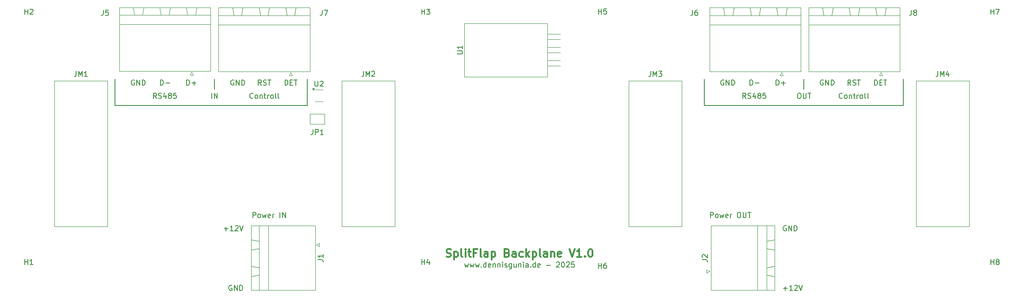
<source format=gbr>
%TF.GenerationSoftware,KiCad,Pcbnew,9.0.4-9.0.4-0~ubuntu22.04.1*%
%TF.CreationDate,2025-10-10T14:12:55+02:00*%
%TF.ProjectId,splitflap-backplane,73706c69-7466-46c6-9170-2d6261636b70,rev?*%
%TF.SameCoordinates,Original*%
%TF.FileFunction,Legend,Top*%
%TF.FilePolarity,Positive*%
%FSLAX46Y46*%
G04 Gerber Fmt 4.6, Leading zero omitted, Abs format (unit mm)*
G04 Created by KiCad (PCBNEW 9.0.4-9.0.4-0~ubuntu22.04.1) date 2025-10-10 14:12:55*
%MOMM*%
%LPD*%
G01*
G04 APERTURE LIST*
%ADD10C,0.150000*%
%ADD11C,0.187500*%
%ADD12C,0.300000*%
%ADD13C,0.120000*%
G04 APERTURE END LIST*
D10*
X56515000Y-106680000D02*
X56515000Y-101600000D01*
X75565000Y-101600000D02*
X75565000Y-103505000D01*
X93345000Y-106680000D02*
X56515000Y-106680000D01*
X93345000Y-101600000D02*
X93345000Y-106680000D01*
X188445000Y-101600000D02*
X188445000Y-103505000D01*
X169395000Y-106680000D02*
X169395000Y-101600000D01*
X207495000Y-106680000D02*
X169395000Y-106680000D01*
X207495000Y-101600000D02*
X207495000Y-106680000D01*
D11*
X187445000Y-104277869D02*
X187635476Y-104277869D01*
X187635476Y-104277869D02*
X187730714Y-104325488D01*
X187730714Y-104325488D02*
X187825952Y-104420726D01*
X187825952Y-104420726D02*
X187873571Y-104611202D01*
X187873571Y-104611202D02*
X187873571Y-104944535D01*
X187873571Y-104944535D02*
X187825952Y-105135011D01*
X187825952Y-105135011D02*
X187730714Y-105230250D01*
X187730714Y-105230250D02*
X187635476Y-105277869D01*
X187635476Y-105277869D02*
X187445000Y-105277869D01*
X187445000Y-105277869D02*
X187349762Y-105230250D01*
X187349762Y-105230250D02*
X187254524Y-105135011D01*
X187254524Y-105135011D02*
X187206905Y-104944535D01*
X187206905Y-104944535D02*
X187206905Y-104611202D01*
X187206905Y-104611202D02*
X187254524Y-104420726D01*
X187254524Y-104420726D02*
X187349762Y-104325488D01*
X187349762Y-104325488D02*
X187445000Y-104277869D01*
X188302143Y-104277869D02*
X188302143Y-105087392D01*
X188302143Y-105087392D02*
X188349762Y-105182630D01*
X188349762Y-105182630D02*
X188397381Y-105230250D01*
X188397381Y-105230250D02*
X188492619Y-105277869D01*
X188492619Y-105277869D02*
X188683095Y-105277869D01*
X188683095Y-105277869D02*
X188778333Y-105230250D01*
X188778333Y-105230250D02*
X188825952Y-105182630D01*
X188825952Y-105182630D02*
X188873571Y-105087392D01*
X188873571Y-105087392D02*
X188873571Y-104277869D01*
X189206905Y-104277869D02*
X189778333Y-104277869D01*
X189492619Y-105277869D02*
X189492619Y-104277869D01*
X75041191Y-105277869D02*
X75041191Y-104277869D01*
X75517381Y-105277869D02*
X75517381Y-104277869D01*
X75517381Y-104277869D02*
X76088809Y-105277869D01*
X76088809Y-105277869D02*
X76088809Y-104277869D01*
X177324761Y-105277869D02*
X176991428Y-104801678D01*
X176753333Y-105277869D02*
X176753333Y-104277869D01*
X176753333Y-104277869D02*
X177134285Y-104277869D01*
X177134285Y-104277869D02*
X177229523Y-104325488D01*
X177229523Y-104325488D02*
X177277142Y-104373107D01*
X177277142Y-104373107D02*
X177324761Y-104468345D01*
X177324761Y-104468345D02*
X177324761Y-104611202D01*
X177324761Y-104611202D02*
X177277142Y-104706440D01*
X177277142Y-104706440D02*
X177229523Y-104754059D01*
X177229523Y-104754059D02*
X177134285Y-104801678D01*
X177134285Y-104801678D02*
X176753333Y-104801678D01*
X177705714Y-105230250D02*
X177848571Y-105277869D01*
X177848571Y-105277869D02*
X178086666Y-105277869D01*
X178086666Y-105277869D02*
X178181904Y-105230250D01*
X178181904Y-105230250D02*
X178229523Y-105182630D01*
X178229523Y-105182630D02*
X178277142Y-105087392D01*
X178277142Y-105087392D02*
X178277142Y-104992154D01*
X178277142Y-104992154D02*
X178229523Y-104896916D01*
X178229523Y-104896916D02*
X178181904Y-104849297D01*
X178181904Y-104849297D02*
X178086666Y-104801678D01*
X178086666Y-104801678D02*
X177896190Y-104754059D01*
X177896190Y-104754059D02*
X177800952Y-104706440D01*
X177800952Y-104706440D02*
X177753333Y-104658821D01*
X177753333Y-104658821D02*
X177705714Y-104563583D01*
X177705714Y-104563583D02*
X177705714Y-104468345D01*
X177705714Y-104468345D02*
X177753333Y-104373107D01*
X177753333Y-104373107D02*
X177800952Y-104325488D01*
X177800952Y-104325488D02*
X177896190Y-104277869D01*
X177896190Y-104277869D02*
X178134285Y-104277869D01*
X178134285Y-104277869D02*
X178277142Y-104325488D01*
X179134285Y-104611202D02*
X179134285Y-105277869D01*
X178896190Y-104230250D02*
X178658095Y-104944535D01*
X178658095Y-104944535D02*
X179277142Y-104944535D01*
X179800952Y-104706440D02*
X179705714Y-104658821D01*
X179705714Y-104658821D02*
X179658095Y-104611202D01*
X179658095Y-104611202D02*
X179610476Y-104515964D01*
X179610476Y-104515964D02*
X179610476Y-104468345D01*
X179610476Y-104468345D02*
X179658095Y-104373107D01*
X179658095Y-104373107D02*
X179705714Y-104325488D01*
X179705714Y-104325488D02*
X179800952Y-104277869D01*
X179800952Y-104277869D02*
X179991428Y-104277869D01*
X179991428Y-104277869D02*
X180086666Y-104325488D01*
X180086666Y-104325488D02*
X180134285Y-104373107D01*
X180134285Y-104373107D02*
X180181904Y-104468345D01*
X180181904Y-104468345D02*
X180181904Y-104515964D01*
X180181904Y-104515964D02*
X180134285Y-104611202D01*
X180134285Y-104611202D02*
X180086666Y-104658821D01*
X180086666Y-104658821D02*
X179991428Y-104706440D01*
X179991428Y-104706440D02*
X179800952Y-104706440D01*
X179800952Y-104706440D02*
X179705714Y-104754059D01*
X179705714Y-104754059D02*
X179658095Y-104801678D01*
X179658095Y-104801678D02*
X179610476Y-104896916D01*
X179610476Y-104896916D02*
X179610476Y-105087392D01*
X179610476Y-105087392D02*
X179658095Y-105182630D01*
X179658095Y-105182630D02*
X179705714Y-105230250D01*
X179705714Y-105230250D02*
X179800952Y-105277869D01*
X179800952Y-105277869D02*
X179991428Y-105277869D01*
X179991428Y-105277869D02*
X180086666Y-105230250D01*
X180086666Y-105230250D02*
X180134285Y-105182630D01*
X180134285Y-105182630D02*
X180181904Y-105087392D01*
X180181904Y-105087392D02*
X180181904Y-104896916D01*
X180181904Y-104896916D02*
X180134285Y-104801678D01*
X180134285Y-104801678D02*
X180086666Y-104754059D01*
X180086666Y-104754059D02*
X179991428Y-104706440D01*
X181086666Y-104277869D02*
X180610476Y-104277869D01*
X180610476Y-104277869D02*
X180562857Y-104754059D01*
X180562857Y-104754059D02*
X180610476Y-104706440D01*
X180610476Y-104706440D02*
X180705714Y-104658821D01*
X180705714Y-104658821D02*
X180943809Y-104658821D01*
X180943809Y-104658821D02*
X181039047Y-104706440D01*
X181039047Y-104706440D02*
X181086666Y-104754059D01*
X181086666Y-104754059D02*
X181134285Y-104849297D01*
X181134285Y-104849297D02*
X181134285Y-105087392D01*
X181134285Y-105087392D02*
X181086666Y-105182630D01*
X181086666Y-105182630D02*
X181039047Y-105230250D01*
X181039047Y-105230250D02*
X180943809Y-105277869D01*
X180943809Y-105277869D02*
X180705714Y-105277869D01*
X180705714Y-105277869D02*
X180610476Y-105230250D01*
X180610476Y-105230250D02*
X180562857Y-105182630D01*
X178089048Y-102729817D02*
X178089048Y-101729817D01*
X178089048Y-101729817D02*
X178327143Y-101729817D01*
X178327143Y-101729817D02*
X178470000Y-101777436D01*
X178470000Y-101777436D02*
X178565238Y-101872674D01*
X178565238Y-101872674D02*
X178612857Y-101967912D01*
X178612857Y-101967912D02*
X178660476Y-102158388D01*
X178660476Y-102158388D02*
X178660476Y-102301245D01*
X178660476Y-102301245D02*
X178612857Y-102491721D01*
X178612857Y-102491721D02*
X178565238Y-102586959D01*
X178565238Y-102586959D02*
X178470000Y-102682198D01*
X178470000Y-102682198D02*
X178327143Y-102729817D01*
X178327143Y-102729817D02*
X178089048Y-102729817D01*
X179089048Y-102348864D02*
X179850953Y-102348864D01*
X192128095Y-101785488D02*
X192032857Y-101737869D01*
X192032857Y-101737869D02*
X191890000Y-101737869D01*
X191890000Y-101737869D02*
X191747143Y-101785488D01*
X191747143Y-101785488D02*
X191651905Y-101880726D01*
X191651905Y-101880726D02*
X191604286Y-101975964D01*
X191604286Y-101975964D02*
X191556667Y-102166440D01*
X191556667Y-102166440D02*
X191556667Y-102309297D01*
X191556667Y-102309297D02*
X191604286Y-102499773D01*
X191604286Y-102499773D02*
X191651905Y-102595011D01*
X191651905Y-102595011D02*
X191747143Y-102690250D01*
X191747143Y-102690250D02*
X191890000Y-102737869D01*
X191890000Y-102737869D02*
X191985238Y-102737869D01*
X191985238Y-102737869D02*
X192128095Y-102690250D01*
X192128095Y-102690250D02*
X192175714Y-102642630D01*
X192175714Y-102642630D02*
X192175714Y-102309297D01*
X192175714Y-102309297D02*
X191985238Y-102309297D01*
X192604286Y-102737869D02*
X192604286Y-101737869D01*
X192604286Y-101737869D02*
X193175714Y-102737869D01*
X193175714Y-102737869D02*
X193175714Y-101737869D01*
X193651905Y-102737869D02*
X193651905Y-101737869D01*
X193651905Y-101737869D02*
X193890000Y-101737869D01*
X193890000Y-101737869D02*
X194032857Y-101785488D01*
X194032857Y-101785488D02*
X194128095Y-101880726D01*
X194128095Y-101880726D02*
X194175714Y-101975964D01*
X194175714Y-101975964D02*
X194223333Y-102166440D01*
X194223333Y-102166440D02*
X194223333Y-102309297D01*
X194223333Y-102309297D02*
X194175714Y-102499773D01*
X194175714Y-102499773D02*
X194128095Y-102595011D01*
X194128095Y-102595011D02*
X194032857Y-102690250D01*
X194032857Y-102690250D02*
X193890000Y-102737869D01*
X193890000Y-102737869D02*
X193651905Y-102737869D01*
X201954762Y-102737869D02*
X201954762Y-101737869D01*
X201954762Y-101737869D02*
X202192857Y-101737869D01*
X202192857Y-101737869D02*
X202335714Y-101785488D01*
X202335714Y-101785488D02*
X202430952Y-101880726D01*
X202430952Y-101880726D02*
X202478571Y-101975964D01*
X202478571Y-101975964D02*
X202526190Y-102166440D01*
X202526190Y-102166440D02*
X202526190Y-102309297D01*
X202526190Y-102309297D02*
X202478571Y-102499773D01*
X202478571Y-102499773D02*
X202430952Y-102595011D01*
X202430952Y-102595011D02*
X202335714Y-102690250D01*
X202335714Y-102690250D02*
X202192857Y-102737869D01*
X202192857Y-102737869D02*
X201954762Y-102737869D01*
X202954762Y-102214059D02*
X203288095Y-102214059D01*
X203430952Y-102737869D02*
X202954762Y-102737869D01*
X202954762Y-102737869D02*
X202954762Y-101737869D01*
X202954762Y-101737869D02*
X203430952Y-101737869D01*
X203716667Y-101737869D02*
X204288095Y-101737869D01*
X204002381Y-102737869D02*
X204002381Y-101737869D01*
X183119048Y-102737869D02*
X183119048Y-101737869D01*
X183119048Y-101737869D02*
X183357143Y-101737869D01*
X183357143Y-101737869D02*
X183500000Y-101785488D01*
X183500000Y-101785488D02*
X183595238Y-101880726D01*
X183595238Y-101880726D02*
X183642857Y-101975964D01*
X183642857Y-101975964D02*
X183690476Y-102166440D01*
X183690476Y-102166440D02*
X183690476Y-102309297D01*
X183690476Y-102309297D02*
X183642857Y-102499773D01*
X183642857Y-102499773D02*
X183595238Y-102595011D01*
X183595238Y-102595011D02*
X183500000Y-102690250D01*
X183500000Y-102690250D02*
X183357143Y-102737869D01*
X183357143Y-102737869D02*
X183119048Y-102737869D01*
X184119048Y-102356916D02*
X184880953Y-102356916D01*
X184500000Y-102737869D02*
X184500000Y-101975964D01*
X173078095Y-101785488D02*
X172982857Y-101737869D01*
X172982857Y-101737869D02*
X172840000Y-101737869D01*
X172840000Y-101737869D02*
X172697143Y-101785488D01*
X172697143Y-101785488D02*
X172601905Y-101880726D01*
X172601905Y-101880726D02*
X172554286Y-101975964D01*
X172554286Y-101975964D02*
X172506667Y-102166440D01*
X172506667Y-102166440D02*
X172506667Y-102309297D01*
X172506667Y-102309297D02*
X172554286Y-102499773D01*
X172554286Y-102499773D02*
X172601905Y-102595011D01*
X172601905Y-102595011D02*
X172697143Y-102690250D01*
X172697143Y-102690250D02*
X172840000Y-102737869D01*
X172840000Y-102737869D02*
X172935238Y-102737869D01*
X172935238Y-102737869D02*
X173078095Y-102690250D01*
X173078095Y-102690250D02*
X173125714Y-102642630D01*
X173125714Y-102642630D02*
X173125714Y-102309297D01*
X173125714Y-102309297D02*
X172935238Y-102309297D01*
X173554286Y-102737869D02*
X173554286Y-101737869D01*
X173554286Y-101737869D02*
X174125714Y-102737869D01*
X174125714Y-102737869D02*
X174125714Y-101737869D01*
X174601905Y-102737869D02*
X174601905Y-101737869D01*
X174601905Y-101737869D02*
X174840000Y-101737869D01*
X174840000Y-101737869D02*
X174982857Y-101785488D01*
X174982857Y-101785488D02*
X175078095Y-101880726D01*
X175078095Y-101880726D02*
X175125714Y-101975964D01*
X175125714Y-101975964D02*
X175173333Y-102166440D01*
X175173333Y-102166440D02*
X175173333Y-102309297D01*
X175173333Y-102309297D02*
X175125714Y-102499773D01*
X175125714Y-102499773D02*
X175078095Y-102595011D01*
X175078095Y-102595011D02*
X174982857Y-102690250D01*
X174982857Y-102690250D02*
X174840000Y-102737869D01*
X174840000Y-102737869D02*
X174601905Y-102737869D01*
X197422380Y-102737869D02*
X197089047Y-102261678D01*
X196850952Y-102737869D02*
X196850952Y-101737869D01*
X196850952Y-101737869D02*
X197231904Y-101737869D01*
X197231904Y-101737869D02*
X197327142Y-101785488D01*
X197327142Y-101785488D02*
X197374761Y-101833107D01*
X197374761Y-101833107D02*
X197422380Y-101928345D01*
X197422380Y-101928345D02*
X197422380Y-102071202D01*
X197422380Y-102071202D02*
X197374761Y-102166440D01*
X197374761Y-102166440D02*
X197327142Y-102214059D01*
X197327142Y-102214059D02*
X197231904Y-102261678D01*
X197231904Y-102261678D02*
X196850952Y-102261678D01*
X197803333Y-102690250D02*
X197946190Y-102737869D01*
X197946190Y-102737869D02*
X198184285Y-102737869D01*
X198184285Y-102737869D02*
X198279523Y-102690250D01*
X198279523Y-102690250D02*
X198327142Y-102642630D01*
X198327142Y-102642630D02*
X198374761Y-102547392D01*
X198374761Y-102547392D02*
X198374761Y-102452154D01*
X198374761Y-102452154D02*
X198327142Y-102356916D01*
X198327142Y-102356916D02*
X198279523Y-102309297D01*
X198279523Y-102309297D02*
X198184285Y-102261678D01*
X198184285Y-102261678D02*
X197993809Y-102214059D01*
X197993809Y-102214059D02*
X197898571Y-102166440D01*
X197898571Y-102166440D02*
X197850952Y-102118821D01*
X197850952Y-102118821D02*
X197803333Y-102023583D01*
X197803333Y-102023583D02*
X197803333Y-101928345D01*
X197803333Y-101928345D02*
X197850952Y-101833107D01*
X197850952Y-101833107D02*
X197898571Y-101785488D01*
X197898571Y-101785488D02*
X197993809Y-101737869D01*
X197993809Y-101737869D02*
X198231904Y-101737869D01*
X198231904Y-101737869D02*
X198374761Y-101785488D01*
X198660476Y-101737869D02*
X199231904Y-101737869D01*
X198946190Y-102737869D02*
X198946190Y-101737869D01*
X195803332Y-105182630D02*
X195755713Y-105230250D01*
X195755713Y-105230250D02*
X195612856Y-105277869D01*
X195612856Y-105277869D02*
X195517618Y-105277869D01*
X195517618Y-105277869D02*
X195374761Y-105230250D01*
X195374761Y-105230250D02*
X195279523Y-105135011D01*
X195279523Y-105135011D02*
X195231904Y-105039773D01*
X195231904Y-105039773D02*
X195184285Y-104849297D01*
X195184285Y-104849297D02*
X195184285Y-104706440D01*
X195184285Y-104706440D02*
X195231904Y-104515964D01*
X195231904Y-104515964D02*
X195279523Y-104420726D01*
X195279523Y-104420726D02*
X195374761Y-104325488D01*
X195374761Y-104325488D02*
X195517618Y-104277869D01*
X195517618Y-104277869D02*
X195612856Y-104277869D01*
X195612856Y-104277869D02*
X195755713Y-104325488D01*
X195755713Y-104325488D02*
X195803332Y-104373107D01*
X196374761Y-105277869D02*
X196279523Y-105230250D01*
X196279523Y-105230250D02*
X196231904Y-105182630D01*
X196231904Y-105182630D02*
X196184285Y-105087392D01*
X196184285Y-105087392D02*
X196184285Y-104801678D01*
X196184285Y-104801678D02*
X196231904Y-104706440D01*
X196231904Y-104706440D02*
X196279523Y-104658821D01*
X196279523Y-104658821D02*
X196374761Y-104611202D01*
X196374761Y-104611202D02*
X196517618Y-104611202D01*
X196517618Y-104611202D02*
X196612856Y-104658821D01*
X196612856Y-104658821D02*
X196660475Y-104706440D01*
X196660475Y-104706440D02*
X196708094Y-104801678D01*
X196708094Y-104801678D02*
X196708094Y-105087392D01*
X196708094Y-105087392D02*
X196660475Y-105182630D01*
X196660475Y-105182630D02*
X196612856Y-105230250D01*
X196612856Y-105230250D02*
X196517618Y-105277869D01*
X196517618Y-105277869D02*
X196374761Y-105277869D01*
X197136666Y-104611202D02*
X197136666Y-105277869D01*
X197136666Y-104706440D02*
X197184285Y-104658821D01*
X197184285Y-104658821D02*
X197279523Y-104611202D01*
X197279523Y-104611202D02*
X197422380Y-104611202D01*
X197422380Y-104611202D02*
X197517618Y-104658821D01*
X197517618Y-104658821D02*
X197565237Y-104754059D01*
X197565237Y-104754059D02*
X197565237Y-105277869D01*
X197898571Y-104611202D02*
X198279523Y-104611202D01*
X198041428Y-104277869D02*
X198041428Y-105135011D01*
X198041428Y-105135011D02*
X198089047Y-105230250D01*
X198089047Y-105230250D02*
X198184285Y-105277869D01*
X198184285Y-105277869D02*
X198279523Y-105277869D01*
X198612857Y-105277869D02*
X198612857Y-104611202D01*
X198612857Y-104801678D02*
X198660476Y-104706440D01*
X198660476Y-104706440D02*
X198708095Y-104658821D01*
X198708095Y-104658821D02*
X198803333Y-104611202D01*
X198803333Y-104611202D02*
X198898571Y-104611202D01*
X199374762Y-105277869D02*
X199279524Y-105230250D01*
X199279524Y-105230250D02*
X199231905Y-105182630D01*
X199231905Y-105182630D02*
X199184286Y-105087392D01*
X199184286Y-105087392D02*
X199184286Y-104801678D01*
X199184286Y-104801678D02*
X199231905Y-104706440D01*
X199231905Y-104706440D02*
X199279524Y-104658821D01*
X199279524Y-104658821D02*
X199374762Y-104611202D01*
X199374762Y-104611202D02*
X199517619Y-104611202D01*
X199517619Y-104611202D02*
X199612857Y-104658821D01*
X199612857Y-104658821D02*
X199660476Y-104706440D01*
X199660476Y-104706440D02*
X199708095Y-104801678D01*
X199708095Y-104801678D02*
X199708095Y-105087392D01*
X199708095Y-105087392D02*
X199660476Y-105182630D01*
X199660476Y-105182630D02*
X199612857Y-105230250D01*
X199612857Y-105230250D02*
X199517619Y-105277869D01*
X199517619Y-105277869D02*
X199374762Y-105277869D01*
X200279524Y-105277869D02*
X200184286Y-105230250D01*
X200184286Y-105230250D02*
X200136667Y-105135011D01*
X200136667Y-105135011D02*
X200136667Y-104277869D01*
X200803334Y-105277869D02*
X200708096Y-105230250D01*
X200708096Y-105230250D02*
X200660477Y-105135011D01*
X200660477Y-105135011D02*
X200660477Y-104277869D01*
X89074762Y-102737869D02*
X89074762Y-101737869D01*
X89074762Y-101737869D02*
X89312857Y-101737869D01*
X89312857Y-101737869D02*
X89455714Y-101785488D01*
X89455714Y-101785488D02*
X89550952Y-101880726D01*
X89550952Y-101880726D02*
X89598571Y-101975964D01*
X89598571Y-101975964D02*
X89646190Y-102166440D01*
X89646190Y-102166440D02*
X89646190Y-102309297D01*
X89646190Y-102309297D02*
X89598571Y-102499773D01*
X89598571Y-102499773D02*
X89550952Y-102595011D01*
X89550952Y-102595011D02*
X89455714Y-102690250D01*
X89455714Y-102690250D02*
X89312857Y-102737869D01*
X89312857Y-102737869D02*
X89074762Y-102737869D01*
X90074762Y-102214059D02*
X90408095Y-102214059D01*
X90550952Y-102737869D02*
X90074762Y-102737869D01*
X90074762Y-102737869D02*
X90074762Y-101737869D01*
X90074762Y-101737869D02*
X90550952Y-101737869D01*
X90836667Y-101737869D02*
X91408095Y-101737869D01*
X91122381Y-102737869D02*
X91122381Y-101737869D01*
X84542380Y-102737869D02*
X84209047Y-102261678D01*
X83970952Y-102737869D02*
X83970952Y-101737869D01*
X83970952Y-101737869D02*
X84351904Y-101737869D01*
X84351904Y-101737869D02*
X84447142Y-101785488D01*
X84447142Y-101785488D02*
X84494761Y-101833107D01*
X84494761Y-101833107D02*
X84542380Y-101928345D01*
X84542380Y-101928345D02*
X84542380Y-102071202D01*
X84542380Y-102071202D02*
X84494761Y-102166440D01*
X84494761Y-102166440D02*
X84447142Y-102214059D01*
X84447142Y-102214059D02*
X84351904Y-102261678D01*
X84351904Y-102261678D02*
X83970952Y-102261678D01*
X84923333Y-102690250D02*
X85066190Y-102737869D01*
X85066190Y-102737869D02*
X85304285Y-102737869D01*
X85304285Y-102737869D02*
X85399523Y-102690250D01*
X85399523Y-102690250D02*
X85447142Y-102642630D01*
X85447142Y-102642630D02*
X85494761Y-102547392D01*
X85494761Y-102547392D02*
X85494761Y-102452154D01*
X85494761Y-102452154D02*
X85447142Y-102356916D01*
X85447142Y-102356916D02*
X85399523Y-102309297D01*
X85399523Y-102309297D02*
X85304285Y-102261678D01*
X85304285Y-102261678D02*
X85113809Y-102214059D01*
X85113809Y-102214059D02*
X85018571Y-102166440D01*
X85018571Y-102166440D02*
X84970952Y-102118821D01*
X84970952Y-102118821D02*
X84923333Y-102023583D01*
X84923333Y-102023583D02*
X84923333Y-101928345D01*
X84923333Y-101928345D02*
X84970952Y-101833107D01*
X84970952Y-101833107D02*
X85018571Y-101785488D01*
X85018571Y-101785488D02*
X85113809Y-101737869D01*
X85113809Y-101737869D02*
X85351904Y-101737869D01*
X85351904Y-101737869D02*
X85494761Y-101785488D01*
X85780476Y-101737869D02*
X86351904Y-101737869D01*
X86066190Y-102737869D02*
X86066190Y-101737869D01*
X79248095Y-101785488D02*
X79152857Y-101737869D01*
X79152857Y-101737869D02*
X79010000Y-101737869D01*
X79010000Y-101737869D02*
X78867143Y-101785488D01*
X78867143Y-101785488D02*
X78771905Y-101880726D01*
X78771905Y-101880726D02*
X78724286Y-101975964D01*
X78724286Y-101975964D02*
X78676667Y-102166440D01*
X78676667Y-102166440D02*
X78676667Y-102309297D01*
X78676667Y-102309297D02*
X78724286Y-102499773D01*
X78724286Y-102499773D02*
X78771905Y-102595011D01*
X78771905Y-102595011D02*
X78867143Y-102690250D01*
X78867143Y-102690250D02*
X79010000Y-102737869D01*
X79010000Y-102737869D02*
X79105238Y-102737869D01*
X79105238Y-102737869D02*
X79248095Y-102690250D01*
X79248095Y-102690250D02*
X79295714Y-102642630D01*
X79295714Y-102642630D02*
X79295714Y-102309297D01*
X79295714Y-102309297D02*
X79105238Y-102309297D01*
X79724286Y-102737869D02*
X79724286Y-101737869D01*
X79724286Y-101737869D02*
X80295714Y-102737869D01*
X80295714Y-102737869D02*
X80295714Y-101737869D01*
X80771905Y-102737869D02*
X80771905Y-101737869D01*
X80771905Y-101737869D02*
X81010000Y-101737869D01*
X81010000Y-101737869D02*
X81152857Y-101785488D01*
X81152857Y-101785488D02*
X81248095Y-101880726D01*
X81248095Y-101880726D02*
X81295714Y-101975964D01*
X81295714Y-101975964D02*
X81343333Y-102166440D01*
X81343333Y-102166440D02*
X81343333Y-102309297D01*
X81343333Y-102309297D02*
X81295714Y-102499773D01*
X81295714Y-102499773D02*
X81248095Y-102595011D01*
X81248095Y-102595011D02*
X81152857Y-102690250D01*
X81152857Y-102690250D02*
X81010000Y-102737869D01*
X81010000Y-102737869D02*
X80771905Y-102737869D01*
X70239048Y-102737869D02*
X70239048Y-101737869D01*
X70239048Y-101737869D02*
X70477143Y-101737869D01*
X70477143Y-101737869D02*
X70620000Y-101785488D01*
X70620000Y-101785488D02*
X70715238Y-101880726D01*
X70715238Y-101880726D02*
X70762857Y-101975964D01*
X70762857Y-101975964D02*
X70810476Y-102166440D01*
X70810476Y-102166440D02*
X70810476Y-102309297D01*
X70810476Y-102309297D02*
X70762857Y-102499773D01*
X70762857Y-102499773D02*
X70715238Y-102595011D01*
X70715238Y-102595011D02*
X70620000Y-102690250D01*
X70620000Y-102690250D02*
X70477143Y-102737869D01*
X70477143Y-102737869D02*
X70239048Y-102737869D01*
X71239048Y-102356916D02*
X72000953Y-102356916D01*
X71620000Y-102737869D02*
X71620000Y-101975964D01*
X65209048Y-102729817D02*
X65209048Y-101729817D01*
X65209048Y-101729817D02*
X65447143Y-101729817D01*
X65447143Y-101729817D02*
X65590000Y-101777436D01*
X65590000Y-101777436D02*
X65685238Y-101872674D01*
X65685238Y-101872674D02*
X65732857Y-101967912D01*
X65732857Y-101967912D02*
X65780476Y-102158388D01*
X65780476Y-102158388D02*
X65780476Y-102301245D01*
X65780476Y-102301245D02*
X65732857Y-102491721D01*
X65732857Y-102491721D02*
X65685238Y-102586959D01*
X65685238Y-102586959D02*
X65590000Y-102682198D01*
X65590000Y-102682198D02*
X65447143Y-102729817D01*
X65447143Y-102729817D02*
X65209048Y-102729817D01*
X66209048Y-102348864D02*
X66970953Y-102348864D01*
X60198095Y-101785488D02*
X60102857Y-101737869D01*
X60102857Y-101737869D02*
X59960000Y-101737869D01*
X59960000Y-101737869D02*
X59817143Y-101785488D01*
X59817143Y-101785488D02*
X59721905Y-101880726D01*
X59721905Y-101880726D02*
X59674286Y-101975964D01*
X59674286Y-101975964D02*
X59626667Y-102166440D01*
X59626667Y-102166440D02*
X59626667Y-102309297D01*
X59626667Y-102309297D02*
X59674286Y-102499773D01*
X59674286Y-102499773D02*
X59721905Y-102595011D01*
X59721905Y-102595011D02*
X59817143Y-102690250D01*
X59817143Y-102690250D02*
X59960000Y-102737869D01*
X59960000Y-102737869D02*
X60055238Y-102737869D01*
X60055238Y-102737869D02*
X60198095Y-102690250D01*
X60198095Y-102690250D02*
X60245714Y-102642630D01*
X60245714Y-102642630D02*
X60245714Y-102309297D01*
X60245714Y-102309297D02*
X60055238Y-102309297D01*
X60674286Y-102737869D02*
X60674286Y-101737869D01*
X60674286Y-101737869D02*
X61245714Y-102737869D01*
X61245714Y-102737869D02*
X61245714Y-101737869D01*
X61721905Y-102737869D02*
X61721905Y-101737869D01*
X61721905Y-101737869D02*
X61960000Y-101737869D01*
X61960000Y-101737869D02*
X62102857Y-101785488D01*
X62102857Y-101785488D02*
X62198095Y-101880726D01*
X62198095Y-101880726D02*
X62245714Y-101975964D01*
X62245714Y-101975964D02*
X62293333Y-102166440D01*
X62293333Y-102166440D02*
X62293333Y-102309297D01*
X62293333Y-102309297D02*
X62245714Y-102499773D01*
X62245714Y-102499773D02*
X62198095Y-102595011D01*
X62198095Y-102595011D02*
X62102857Y-102690250D01*
X62102857Y-102690250D02*
X61960000Y-102737869D01*
X61960000Y-102737869D02*
X61721905Y-102737869D01*
X82923332Y-105182630D02*
X82875713Y-105230250D01*
X82875713Y-105230250D02*
X82732856Y-105277869D01*
X82732856Y-105277869D02*
X82637618Y-105277869D01*
X82637618Y-105277869D02*
X82494761Y-105230250D01*
X82494761Y-105230250D02*
X82399523Y-105135011D01*
X82399523Y-105135011D02*
X82351904Y-105039773D01*
X82351904Y-105039773D02*
X82304285Y-104849297D01*
X82304285Y-104849297D02*
X82304285Y-104706440D01*
X82304285Y-104706440D02*
X82351904Y-104515964D01*
X82351904Y-104515964D02*
X82399523Y-104420726D01*
X82399523Y-104420726D02*
X82494761Y-104325488D01*
X82494761Y-104325488D02*
X82637618Y-104277869D01*
X82637618Y-104277869D02*
X82732856Y-104277869D01*
X82732856Y-104277869D02*
X82875713Y-104325488D01*
X82875713Y-104325488D02*
X82923332Y-104373107D01*
X83494761Y-105277869D02*
X83399523Y-105230250D01*
X83399523Y-105230250D02*
X83351904Y-105182630D01*
X83351904Y-105182630D02*
X83304285Y-105087392D01*
X83304285Y-105087392D02*
X83304285Y-104801678D01*
X83304285Y-104801678D02*
X83351904Y-104706440D01*
X83351904Y-104706440D02*
X83399523Y-104658821D01*
X83399523Y-104658821D02*
X83494761Y-104611202D01*
X83494761Y-104611202D02*
X83637618Y-104611202D01*
X83637618Y-104611202D02*
X83732856Y-104658821D01*
X83732856Y-104658821D02*
X83780475Y-104706440D01*
X83780475Y-104706440D02*
X83828094Y-104801678D01*
X83828094Y-104801678D02*
X83828094Y-105087392D01*
X83828094Y-105087392D02*
X83780475Y-105182630D01*
X83780475Y-105182630D02*
X83732856Y-105230250D01*
X83732856Y-105230250D02*
X83637618Y-105277869D01*
X83637618Y-105277869D02*
X83494761Y-105277869D01*
X84256666Y-104611202D02*
X84256666Y-105277869D01*
X84256666Y-104706440D02*
X84304285Y-104658821D01*
X84304285Y-104658821D02*
X84399523Y-104611202D01*
X84399523Y-104611202D02*
X84542380Y-104611202D01*
X84542380Y-104611202D02*
X84637618Y-104658821D01*
X84637618Y-104658821D02*
X84685237Y-104754059D01*
X84685237Y-104754059D02*
X84685237Y-105277869D01*
X85018571Y-104611202D02*
X85399523Y-104611202D01*
X85161428Y-104277869D02*
X85161428Y-105135011D01*
X85161428Y-105135011D02*
X85209047Y-105230250D01*
X85209047Y-105230250D02*
X85304285Y-105277869D01*
X85304285Y-105277869D02*
X85399523Y-105277869D01*
X85732857Y-105277869D02*
X85732857Y-104611202D01*
X85732857Y-104801678D02*
X85780476Y-104706440D01*
X85780476Y-104706440D02*
X85828095Y-104658821D01*
X85828095Y-104658821D02*
X85923333Y-104611202D01*
X85923333Y-104611202D02*
X86018571Y-104611202D01*
X86494762Y-105277869D02*
X86399524Y-105230250D01*
X86399524Y-105230250D02*
X86351905Y-105182630D01*
X86351905Y-105182630D02*
X86304286Y-105087392D01*
X86304286Y-105087392D02*
X86304286Y-104801678D01*
X86304286Y-104801678D02*
X86351905Y-104706440D01*
X86351905Y-104706440D02*
X86399524Y-104658821D01*
X86399524Y-104658821D02*
X86494762Y-104611202D01*
X86494762Y-104611202D02*
X86637619Y-104611202D01*
X86637619Y-104611202D02*
X86732857Y-104658821D01*
X86732857Y-104658821D02*
X86780476Y-104706440D01*
X86780476Y-104706440D02*
X86828095Y-104801678D01*
X86828095Y-104801678D02*
X86828095Y-105087392D01*
X86828095Y-105087392D02*
X86780476Y-105182630D01*
X86780476Y-105182630D02*
X86732857Y-105230250D01*
X86732857Y-105230250D02*
X86637619Y-105277869D01*
X86637619Y-105277869D02*
X86494762Y-105277869D01*
X87399524Y-105277869D02*
X87304286Y-105230250D01*
X87304286Y-105230250D02*
X87256667Y-105135011D01*
X87256667Y-105135011D02*
X87256667Y-104277869D01*
X87923334Y-105277869D02*
X87828096Y-105230250D01*
X87828096Y-105230250D02*
X87780477Y-105135011D01*
X87780477Y-105135011D02*
X87780477Y-104277869D01*
X64444761Y-105277869D02*
X64111428Y-104801678D01*
X63873333Y-105277869D02*
X63873333Y-104277869D01*
X63873333Y-104277869D02*
X64254285Y-104277869D01*
X64254285Y-104277869D02*
X64349523Y-104325488D01*
X64349523Y-104325488D02*
X64397142Y-104373107D01*
X64397142Y-104373107D02*
X64444761Y-104468345D01*
X64444761Y-104468345D02*
X64444761Y-104611202D01*
X64444761Y-104611202D02*
X64397142Y-104706440D01*
X64397142Y-104706440D02*
X64349523Y-104754059D01*
X64349523Y-104754059D02*
X64254285Y-104801678D01*
X64254285Y-104801678D02*
X63873333Y-104801678D01*
X64825714Y-105230250D02*
X64968571Y-105277869D01*
X64968571Y-105277869D02*
X65206666Y-105277869D01*
X65206666Y-105277869D02*
X65301904Y-105230250D01*
X65301904Y-105230250D02*
X65349523Y-105182630D01*
X65349523Y-105182630D02*
X65397142Y-105087392D01*
X65397142Y-105087392D02*
X65397142Y-104992154D01*
X65397142Y-104992154D02*
X65349523Y-104896916D01*
X65349523Y-104896916D02*
X65301904Y-104849297D01*
X65301904Y-104849297D02*
X65206666Y-104801678D01*
X65206666Y-104801678D02*
X65016190Y-104754059D01*
X65016190Y-104754059D02*
X64920952Y-104706440D01*
X64920952Y-104706440D02*
X64873333Y-104658821D01*
X64873333Y-104658821D02*
X64825714Y-104563583D01*
X64825714Y-104563583D02*
X64825714Y-104468345D01*
X64825714Y-104468345D02*
X64873333Y-104373107D01*
X64873333Y-104373107D02*
X64920952Y-104325488D01*
X64920952Y-104325488D02*
X65016190Y-104277869D01*
X65016190Y-104277869D02*
X65254285Y-104277869D01*
X65254285Y-104277869D02*
X65397142Y-104325488D01*
X66254285Y-104611202D02*
X66254285Y-105277869D01*
X66016190Y-104230250D02*
X65778095Y-104944535D01*
X65778095Y-104944535D02*
X66397142Y-104944535D01*
X66920952Y-104706440D02*
X66825714Y-104658821D01*
X66825714Y-104658821D02*
X66778095Y-104611202D01*
X66778095Y-104611202D02*
X66730476Y-104515964D01*
X66730476Y-104515964D02*
X66730476Y-104468345D01*
X66730476Y-104468345D02*
X66778095Y-104373107D01*
X66778095Y-104373107D02*
X66825714Y-104325488D01*
X66825714Y-104325488D02*
X66920952Y-104277869D01*
X66920952Y-104277869D02*
X67111428Y-104277869D01*
X67111428Y-104277869D02*
X67206666Y-104325488D01*
X67206666Y-104325488D02*
X67254285Y-104373107D01*
X67254285Y-104373107D02*
X67301904Y-104468345D01*
X67301904Y-104468345D02*
X67301904Y-104515964D01*
X67301904Y-104515964D02*
X67254285Y-104611202D01*
X67254285Y-104611202D02*
X67206666Y-104658821D01*
X67206666Y-104658821D02*
X67111428Y-104706440D01*
X67111428Y-104706440D02*
X66920952Y-104706440D01*
X66920952Y-104706440D02*
X66825714Y-104754059D01*
X66825714Y-104754059D02*
X66778095Y-104801678D01*
X66778095Y-104801678D02*
X66730476Y-104896916D01*
X66730476Y-104896916D02*
X66730476Y-105087392D01*
X66730476Y-105087392D02*
X66778095Y-105182630D01*
X66778095Y-105182630D02*
X66825714Y-105230250D01*
X66825714Y-105230250D02*
X66920952Y-105277869D01*
X66920952Y-105277869D02*
X67111428Y-105277869D01*
X67111428Y-105277869D02*
X67206666Y-105230250D01*
X67206666Y-105230250D02*
X67254285Y-105182630D01*
X67254285Y-105182630D02*
X67301904Y-105087392D01*
X67301904Y-105087392D02*
X67301904Y-104896916D01*
X67301904Y-104896916D02*
X67254285Y-104801678D01*
X67254285Y-104801678D02*
X67206666Y-104754059D01*
X67206666Y-104754059D02*
X67111428Y-104706440D01*
X68206666Y-104277869D02*
X67730476Y-104277869D01*
X67730476Y-104277869D02*
X67682857Y-104754059D01*
X67682857Y-104754059D02*
X67730476Y-104706440D01*
X67730476Y-104706440D02*
X67825714Y-104658821D01*
X67825714Y-104658821D02*
X68063809Y-104658821D01*
X68063809Y-104658821D02*
X68159047Y-104706440D01*
X68159047Y-104706440D02*
X68206666Y-104754059D01*
X68206666Y-104754059D02*
X68254285Y-104849297D01*
X68254285Y-104849297D02*
X68254285Y-105087392D01*
X68254285Y-105087392D02*
X68206666Y-105182630D01*
X68206666Y-105182630D02*
X68159047Y-105230250D01*
X68159047Y-105230250D02*
X68063809Y-105277869D01*
X68063809Y-105277869D02*
X67825714Y-105277869D01*
X67825714Y-105277869D02*
X67730476Y-105230250D01*
X67730476Y-105230250D02*
X67682857Y-105182630D01*
X77394740Y-130296916D02*
X78156645Y-130296916D01*
X77775692Y-130677869D02*
X77775692Y-129915964D01*
X79156644Y-130677869D02*
X78585216Y-130677869D01*
X78870930Y-130677869D02*
X78870930Y-129677869D01*
X78870930Y-129677869D02*
X78775692Y-129820726D01*
X78775692Y-129820726D02*
X78680454Y-129915964D01*
X78680454Y-129915964D02*
X78585216Y-129963583D01*
X79537597Y-129773107D02*
X79585216Y-129725488D01*
X79585216Y-129725488D02*
X79680454Y-129677869D01*
X79680454Y-129677869D02*
X79918549Y-129677869D01*
X79918549Y-129677869D02*
X80013787Y-129725488D01*
X80013787Y-129725488D02*
X80061406Y-129773107D01*
X80061406Y-129773107D02*
X80109025Y-129868345D01*
X80109025Y-129868345D02*
X80109025Y-129963583D01*
X80109025Y-129963583D02*
X80061406Y-130106440D01*
X80061406Y-130106440D02*
X79489978Y-130677869D01*
X79489978Y-130677869D02*
X80109025Y-130677869D01*
X80394740Y-129677869D02*
X80728073Y-130677869D01*
X80728073Y-130677869D02*
X81061406Y-129677869D01*
X78870930Y-141155488D02*
X78775692Y-141107869D01*
X78775692Y-141107869D02*
X78632835Y-141107869D01*
X78632835Y-141107869D02*
X78489978Y-141155488D01*
X78489978Y-141155488D02*
X78394740Y-141250726D01*
X78394740Y-141250726D02*
X78347121Y-141345964D01*
X78347121Y-141345964D02*
X78299502Y-141536440D01*
X78299502Y-141536440D02*
X78299502Y-141679297D01*
X78299502Y-141679297D02*
X78347121Y-141869773D01*
X78347121Y-141869773D02*
X78394740Y-141965011D01*
X78394740Y-141965011D02*
X78489978Y-142060250D01*
X78489978Y-142060250D02*
X78632835Y-142107869D01*
X78632835Y-142107869D02*
X78728073Y-142107869D01*
X78728073Y-142107869D02*
X78870930Y-142060250D01*
X78870930Y-142060250D02*
X78918549Y-142012630D01*
X78918549Y-142012630D02*
X78918549Y-141679297D01*
X78918549Y-141679297D02*
X78728073Y-141679297D01*
X79347121Y-142107869D02*
X79347121Y-141107869D01*
X79347121Y-141107869D02*
X79918549Y-142107869D01*
X79918549Y-142107869D02*
X79918549Y-141107869D01*
X80394740Y-142107869D02*
X80394740Y-141107869D01*
X80394740Y-141107869D02*
X80632835Y-141107869D01*
X80632835Y-141107869D02*
X80775692Y-141155488D01*
X80775692Y-141155488D02*
X80870930Y-141250726D01*
X80870930Y-141250726D02*
X80918549Y-141345964D01*
X80918549Y-141345964D02*
X80966168Y-141536440D01*
X80966168Y-141536440D02*
X80966168Y-141679297D01*
X80966168Y-141679297D02*
X80918549Y-141869773D01*
X80918549Y-141869773D02*
X80870930Y-141965011D01*
X80870930Y-141965011D02*
X80775692Y-142060250D01*
X80775692Y-142060250D02*
X80632835Y-142107869D01*
X80632835Y-142107869D02*
X80394740Y-142107869D01*
X185035259Y-129725488D02*
X184940021Y-129677869D01*
X184940021Y-129677869D02*
X184797164Y-129677869D01*
X184797164Y-129677869D02*
X184654307Y-129725488D01*
X184654307Y-129725488D02*
X184559069Y-129820726D01*
X184559069Y-129820726D02*
X184511450Y-129915964D01*
X184511450Y-129915964D02*
X184463831Y-130106440D01*
X184463831Y-130106440D02*
X184463831Y-130249297D01*
X184463831Y-130249297D02*
X184511450Y-130439773D01*
X184511450Y-130439773D02*
X184559069Y-130535011D01*
X184559069Y-130535011D02*
X184654307Y-130630250D01*
X184654307Y-130630250D02*
X184797164Y-130677869D01*
X184797164Y-130677869D02*
X184892402Y-130677869D01*
X184892402Y-130677869D02*
X185035259Y-130630250D01*
X185035259Y-130630250D02*
X185082878Y-130582630D01*
X185082878Y-130582630D02*
X185082878Y-130249297D01*
X185082878Y-130249297D02*
X184892402Y-130249297D01*
X185511450Y-130677869D02*
X185511450Y-129677869D01*
X185511450Y-129677869D02*
X186082878Y-130677869D01*
X186082878Y-130677869D02*
X186082878Y-129677869D01*
X186559069Y-130677869D02*
X186559069Y-129677869D01*
X186559069Y-129677869D02*
X186797164Y-129677869D01*
X186797164Y-129677869D02*
X186940021Y-129725488D01*
X186940021Y-129725488D02*
X187035259Y-129820726D01*
X187035259Y-129820726D02*
X187082878Y-129915964D01*
X187082878Y-129915964D02*
X187130497Y-130106440D01*
X187130497Y-130106440D02*
X187130497Y-130249297D01*
X187130497Y-130249297D02*
X187082878Y-130439773D01*
X187082878Y-130439773D02*
X187035259Y-130535011D01*
X187035259Y-130535011D02*
X186940021Y-130630250D01*
X186940021Y-130630250D02*
X186797164Y-130677869D01*
X186797164Y-130677869D02*
X186559069Y-130677869D01*
X184511450Y-141726916D02*
X185273355Y-141726916D01*
X184892402Y-142107869D02*
X184892402Y-141345964D01*
X186273354Y-142107869D02*
X185701926Y-142107869D01*
X185987640Y-142107869D02*
X185987640Y-141107869D01*
X185987640Y-141107869D02*
X185892402Y-141250726D01*
X185892402Y-141250726D02*
X185797164Y-141345964D01*
X185797164Y-141345964D02*
X185701926Y-141393583D01*
X186654307Y-141203107D02*
X186701926Y-141155488D01*
X186701926Y-141155488D02*
X186797164Y-141107869D01*
X186797164Y-141107869D02*
X187035259Y-141107869D01*
X187035259Y-141107869D02*
X187130497Y-141155488D01*
X187130497Y-141155488D02*
X187178116Y-141203107D01*
X187178116Y-141203107D02*
X187225735Y-141298345D01*
X187225735Y-141298345D02*
X187225735Y-141393583D01*
X187225735Y-141393583D02*
X187178116Y-141536440D01*
X187178116Y-141536440D02*
X186606688Y-142107869D01*
X186606688Y-142107869D02*
X187225735Y-142107869D01*
X187511450Y-141107869D02*
X187844783Y-142107869D01*
X187844783Y-142107869D02*
X188178116Y-141107869D01*
X170541450Y-128137869D02*
X170541450Y-127137869D01*
X170541450Y-127137869D02*
X170922402Y-127137869D01*
X170922402Y-127137869D02*
X171017640Y-127185488D01*
X171017640Y-127185488D02*
X171065259Y-127233107D01*
X171065259Y-127233107D02*
X171112878Y-127328345D01*
X171112878Y-127328345D02*
X171112878Y-127471202D01*
X171112878Y-127471202D02*
X171065259Y-127566440D01*
X171065259Y-127566440D02*
X171017640Y-127614059D01*
X171017640Y-127614059D02*
X170922402Y-127661678D01*
X170922402Y-127661678D02*
X170541450Y-127661678D01*
X171684307Y-128137869D02*
X171589069Y-128090250D01*
X171589069Y-128090250D02*
X171541450Y-128042630D01*
X171541450Y-128042630D02*
X171493831Y-127947392D01*
X171493831Y-127947392D02*
X171493831Y-127661678D01*
X171493831Y-127661678D02*
X171541450Y-127566440D01*
X171541450Y-127566440D02*
X171589069Y-127518821D01*
X171589069Y-127518821D02*
X171684307Y-127471202D01*
X171684307Y-127471202D02*
X171827164Y-127471202D01*
X171827164Y-127471202D02*
X171922402Y-127518821D01*
X171922402Y-127518821D02*
X171970021Y-127566440D01*
X171970021Y-127566440D02*
X172017640Y-127661678D01*
X172017640Y-127661678D02*
X172017640Y-127947392D01*
X172017640Y-127947392D02*
X171970021Y-128042630D01*
X171970021Y-128042630D02*
X171922402Y-128090250D01*
X171922402Y-128090250D02*
X171827164Y-128137869D01*
X171827164Y-128137869D02*
X171684307Y-128137869D01*
X172350974Y-127471202D02*
X172541450Y-128137869D01*
X172541450Y-128137869D02*
X172731926Y-127661678D01*
X172731926Y-127661678D02*
X172922402Y-128137869D01*
X172922402Y-128137869D02*
X173112878Y-127471202D01*
X173874783Y-128090250D02*
X173779545Y-128137869D01*
X173779545Y-128137869D02*
X173589069Y-128137869D01*
X173589069Y-128137869D02*
X173493831Y-128090250D01*
X173493831Y-128090250D02*
X173446212Y-127995011D01*
X173446212Y-127995011D02*
X173446212Y-127614059D01*
X173446212Y-127614059D02*
X173493831Y-127518821D01*
X173493831Y-127518821D02*
X173589069Y-127471202D01*
X173589069Y-127471202D02*
X173779545Y-127471202D01*
X173779545Y-127471202D02*
X173874783Y-127518821D01*
X173874783Y-127518821D02*
X173922402Y-127614059D01*
X173922402Y-127614059D02*
X173922402Y-127709297D01*
X173922402Y-127709297D02*
X173446212Y-127804535D01*
X174350974Y-128137869D02*
X174350974Y-127471202D01*
X174350974Y-127661678D02*
X174398593Y-127566440D01*
X174398593Y-127566440D02*
X174446212Y-127518821D01*
X174446212Y-127518821D02*
X174541450Y-127471202D01*
X174541450Y-127471202D02*
X174636688Y-127471202D01*
X175922403Y-127137869D02*
X176112879Y-127137869D01*
X176112879Y-127137869D02*
X176208117Y-127185488D01*
X176208117Y-127185488D02*
X176303355Y-127280726D01*
X176303355Y-127280726D02*
X176350974Y-127471202D01*
X176350974Y-127471202D02*
X176350974Y-127804535D01*
X176350974Y-127804535D02*
X176303355Y-127995011D01*
X176303355Y-127995011D02*
X176208117Y-128090250D01*
X176208117Y-128090250D02*
X176112879Y-128137869D01*
X176112879Y-128137869D02*
X175922403Y-128137869D01*
X175922403Y-128137869D02*
X175827165Y-128090250D01*
X175827165Y-128090250D02*
X175731927Y-127995011D01*
X175731927Y-127995011D02*
X175684308Y-127804535D01*
X175684308Y-127804535D02*
X175684308Y-127471202D01*
X175684308Y-127471202D02*
X175731927Y-127280726D01*
X175731927Y-127280726D02*
X175827165Y-127185488D01*
X175827165Y-127185488D02*
X175922403Y-127137869D01*
X176779546Y-127137869D02*
X176779546Y-127947392D01*
X176779546Y-127947392D02*
X176827165Y-128042630D01*
X176827165Y-128042630D02*
X176874784Y-128090250D01*
X176874784Y-128090250D02*
X176970022Y-128137869D01*
X176970022Y-128137869D02*
X177160498Y-128137869D01*
X177160498Y-128137869D02*
X177255736Y-128090250D01*
X177255736Y-128090250D02*
X177303355Y-128042630D01*
X177303355Y-128042630D02*
X177350974Y-127947392D01*
X177350974Y-127947392D02*
X177350974Y-127137869D01*
X177684308Y-127137869D02*
X178255736Y-127137869D01*
X177970022Y-128137869D02*
X177970022Y-127137869D01*
X82911450Y-128137869D02*
X82911450Y-127137869D01*
X82911450Y-127137869D02*
X83292402Y-127137869D01*
X83292402Y-127137869D02*
X83387640Y-127185488D01*
X83387640Y-127185488D02*
X83435259Y-127233107D01*
X83435259Y-127233107D02*
X83482878Y-127328345D01*
X83482878Y-127328345D02*
X83482878Y-127471202D01*
X83482878Y-127471202D02*
X83435259Y-127566440D01*
X83435259Y-127566440D02*
X83387640Y-127614059D01*
X83387640Y-127614059D02*
X83292402Y-127661678D01*
X83292402Y-127661678D02*
X82911450Y-127661678D01*
X84054307Y-128137869D02*
X83959069Y-128090250D01*
X83959069Y-128090250D02*
X83911450Y-128042630D01*
X83911450Y-128042630D02*
X83863831Y-127947392D01*
X83863831Y-127947392D02*
X83863831Y-127661678D01*
X83863831Y-127661678D02*
X83911450Y-127566440D01*
X83911450Y-127566440D02*
X83959069Y-127518821D01*
X83959069Y-127518821D02*
X84054307Y-127471202D01*
X84054307Y-127471202D02*
X84197164Y-127471202D01*
X84197164Y-127471202D02*
X84292402Y-127518821D01*
X84292402Y-127518821D02*
X84340021Y-127566440D01*
X84340021Y-127566440D02*
X84387640Y-127661678D01*
X84387640Y-127661678D02*
X84387640Y-127947392D01*
X84387640Y-127947392D02*
X84340021Y-128042630D01*
X84340021Y-128042630D02*
X84292402Y-128090250D01*
X84292402Y-128090250D02*
X84197164Y-128137869D01*
X84197164Y-128137869D02*
X84054307Y-128137869D01*
X84720974Y-127471202D02*
X84911450Y-128137869D01*
X84911450Y-128137869D02*
X85101926Y-127661678D01*
X85101926Y-127661678D02*
X85292402Y-128137869D01*
X85292402Y-128137869D02*
X85482878Y-127471202D01*
X86244783Y-128090250D02*
X86149545Y-128137869D01*
X86149545Y-128137869D02*
X85959069Y-128137869D01*
X85959069Y-128137869D02*
X85863831Y-128090250D01*
X85863831Y-128090250D02*
X85816212Y-127995011D01*
X85816212Y-127995011D02*
X85816212Y-127614059D01*
X85816212Y-127614059D02*
X85863831Y-127518821D01*
X85863831Y-127518821D02*
X85959069Y-127471202D01*
X85959069Y-127471202D02*
X86149545Y-127471202D01*
X86149545Y-127471202D02*
X86244783Y-127518821D01*
X86244783Y-127518821D02*
X86292402Y-127614059D01*
X86292402Y-127614059D02*
X86292402Y-127709297D01*
X86292402Y-127709297D02*
X85816212Y-127804535D01*
X86720974Y-128137869D02*
X86720974Y-127471202D01*
X86720974Y-127661678D02*
X86768593Y-127566440D01*
X86768593Y-127566440D02*
X86816212Y-127518821D01*
X86816212Y-127518821D02*
X86911450Y-127471202D01*
X86911450Y-127471202D02*
X87006688Y-127471202D01*
X88101927Y-128137869D02*
X88101927Y-127137869D01*
X88578117Y-128137869D02*
X88578117Y-127137869D01*
X88578117Y-127137869D02*
X89149545Y-128137869D01*
X89149545Y-128137869D02*
X89149545Y-127137869D01*
X123437381Y-136996202D02*
X123627857Y-137662869D01*
X123627857Y-137662869D02*
X123818333Y-137186678D01*
X123818333Y-137186678D02*
X124008809Y-137662869D01*
X124008809Y-137662869D02*
X124199285Y-136996202D01*
X124485000Y-136996202D02*
X124675476Y-137662869D01*
X124675476Y-137662869D02*
X124865952Y-137186678D01*
X124865952Y-137186678D02*
X125056428Y-137662869D01*
X125056428Y-137662869D02*
X125246904Y-136996202D01*
X125532619Y-136996202D02*
X125723095Y-137662869D01*
X125723095Y-137662869D02*
X125913571Y-137186678D01*
X125913571Y-137186678D02*
X126104047Y-137662869D01*
X126104047Y-137662869D02*
X126294523Y-136996202D01*
X126675476Y-137567630D02*
X126723095Y-137615250D01*
X126723095Y-137615250D02*
X126675476Y-137662869D01*
X126675476Y-137662869D02*
X126627857Y-137615250D01*
X126627857Y-137615250D02*
X126675476Y-137567630D01*
X126675476Y-137567630D02*
X126675476Y-137662869D01*
X127580237Y-137662869D02*
X127580237Y-136662869D01*
X127580237Y-137615250D02*
X127484999Y-137662869D01*
X127484999Y-137662869D02*
X127294523Y-137662869D01*
X127294523Y-137662869D02*
X127199285Y-137615250D01*
X127199285Y-137615250D02*
X127151666Y-137567630D01*
X127151666Y-137567630D02*
X127104047Y-137472392D01*
X127104047Y-137472392D02*
X127104047Y-137186678D01*
X127104047Y-137186678D02*
X127151666Y-137091440D01*
X127151666Y-137091440D02*
X127199285Y-137043821D01*
X127199285Y-137043821D02*
X127294523Y-136996202D01*
X127294523Y-136996202D02*
X127484999Y-136996202D01*
X127484999Y-136996202D02*
X127580237Y-137043821D01*
X128437380Y-137615250D02*
X128342142Y-137662869D01*
X128342142Y-137662869D02*
X128151666Y-137662869D01*
X128151666Y-137662869D02*
X128056428Y-137615250D01*
X128056428Y-137615250D02*
X128008809Y-137520011D01*
X128008809Y-137520011D02*
X128008809Y-137139059D01*
X128008809Y-137139059D02*
X128056428Y-137043821D01*
X128056428Y-137043821D02*
X128151666Y-136996202D01*
X128151666Y-136996202D02*
X128342142Y-136996202D01*
X128342142Y-136996202D02*
X128437380Y-137043821D01*
X128437380Y-137043821D02*
X128484999Y-137139059D01*
X128484999Y-137139059D02*
X128484999Y-137234297D01*
X128484999Y-137234297D02*
X128008809Y-137329535D01*
X128913571Y-136996202D02*
X128913571Y-137662869D01*
X128913571Y-137091440D02*
X128961190Y-137043821D01*
X128961190Y-137043821D02*
X129056428Y-136996202D01*
X129056428Y-136996202D02*
X129199285Y-136996202D01*
X129199285Y-136996202D02*
X129294523Y-137043821D01*
X129294523Y-137043821D02*
X129342142Y-137139059D01*
X129342142Y-137139059D02*
X129342142Y-137662869D01*
X129818333Y-136996202D02*
X129818333Y-137662869D01*
X129818333Y-137091440D02*
X129865952Y-137043821D01*
X129865952Y-137043821D02*
X129961190Y-136996202D01*
X129961190Y-136996202D02*
X130104047Y-136996202D01*
X130104047Y-136996202D02*
X130199285Y-137043821D01*
X130199285Y-137043821D02*
X130246904Y-137139059D01*
X130246904Y-137139059D02*
X130246904Y-137662869D01*
X130723095Y-137662869D02*
X130723095Y-136996202D01*
X130723095Y-136662869D02*
X130675476Y-136710488D01*
X130675476Y-136710488D02*
X130723095Y-136758107D01*
X130723095Y-136758107D02*
X130770714Y-136710488D01*
X130770714Y-136710488D02*
X130723095Y-136662869D01*
X130723095Y-136662869D02*
X130723095Y-136758107D01*
X131151666Y-137615250D02*
X131246904Y-137662869D01*
X131246904Y-137662869D02*
X131437380Y-137662869D01*
X131437380Y-137662869D02*
X131532618Y-137615250D01*
X131532618Y-137615250D02*
X131580237Y-137520011D01*
X131580237Y-137520011D02*
X131580237Y-137472392D01*
X131580237Y-137472392D02*
X131532618Y-137377154D01*
X131532618Y-137377154D02*
X131437380Y-137329535D01*
X131437380Y-137329535D02*
X131294523Y-137329535D01*
X131294523Y-137329535D02*
X131199285Y-137281916D01*
X131199285Y-137281916D02*
X131151666Y-137186678D01*
X131151666Y-137186678D02*
X131151666Y-137139059D01*
X131151666Y-137139059D02*
X131199285Y-137043821D01*
X131199285Y-137043821D02*
X131294523Y-136996202D01*
X131294523Y-136996202D02*
X131437380Y-136996202D01*
X131437380Y-136996202D02*
X131532618Y-137043821D01*
X132437380Y-136996202D02*
X132437380Y-137805726D01*
X132437380Y-137805726D02*
X132389761Y-137900964D01*
X132389761Y-137900964D02*
X132342142Y-137948583D01*
X132342142Y-137948583D02*
X132246904Y-137996202D01*
X132246904Y-137996202D02*
X132104047Y-137996202D01*
X132104047Y-137996202D02*
X132008809Y-137948583D01*
X132437380Y-137615250D02*
X132342142Y-137662869D01*
X132342142Y-137662869D02*
X132151666Y-137662869D01*
X132151666Y-137662869D02*
X132056428Y-137615250D01*
X132056428Y-137615250D02*
X132008809Y-137567630D01*
X132008809Y-137567630D02*
X131961190Y-137472392D01*
X131961190Y-137472392D02*
X131961190Y-137186678D01*
X131961190Y-137186678D02*
X132008809Y-137091440D01*
X132008809Y-137091440D02*
X132056428Y-137043821D01*
X132056428Y-137043821D02*
X132151666Y-136996202D01*
X132151666Y-136996202D02*
X132342142Y-136996202D01*
X132342142Y-136996202D02*
X132437380Y-137043821D01*
X133342142Y-136996202D02*
X133342142Y-137662869D01*
X132913571Y-136996202D02*
X132913571Y-137520011D01*
X132913571Y-137520011D02*
X132961190Y-137615250D01*
X132961190Y-137615250D02*
X133056428Y-137662869D01*
X133056428Y-137662869D02*
X133199285Y-137662869D01*
X133199285Y-137662869D02*
X133294523Y-137615250D01*
X133294523Y-137615250D02*
X133342142Y-137567630D01*
X133818333Y-136996202D02*
X133818333Y-137662869D01*
X133818333Y-137091440D02*
X133865952Y-137043821D01*
X133865952Y-137043821D02*
X133961190Y-136996202D01*
X133961190Y-136996202D02*
X134104047Y-136996202D01*
X134104047Y-136996202D02*
X134199285Y-137043821D01*
X134199285Y-137043821D02*
X134246904Y-137139059D01*
X134246904Y-137139059D02*
X134246904Y-137662869D01*
X134723095Y-137662869D02*
X134723095Y-136996202D01*
X134723095Y-136662869D02*
X134675476Y-136710488D01*
X134675476Y-136710488D02*
X134723095Y-136758107D01*
X134723095Y-136758107D02*
X134770714Y-136710488D01*
X134770714Y-136710488D02*
X134723095Y-136662869D01*
X134723095Y-136662869D02*
X134723095Y-136758107D01*
X135627856Y-137662869D02*
X135627856Y-137139059D01*
X135627856Y-137139059D02*
X135580237Y-137043821D01*
X135580237Y-137043821D02*
X135484999Y-136996202D01*
X135484999Y-136996202D02*
X135294523Y-136996202D01*
X135294523Y-136996202D02*
X135199285Y-137043821D01*
X135627856Y-137615250D02*
X135532618Y-137662869D01*
X135532618Y-137662869D02*
X135294523Y-137662869D01*
X135294523Y-137662869D02*
X135199285Y-137615250D01*
X135199285Y-137615250D02*
X135151666Y-137520011D01*
X135151666Y-137520011D02*
X135151666Y-137424773D01*
X135151666Y-137424773D02*
X135199285Y-137329535D01*
X135199285Y-137329535D02*
X135294523Y-137281916D01*
X135294523Y-137281916D02*
X135532618Y-137281916D01*
X135532618Y-137281916D02*
X135627856Y-137234297D01*
X136104047Y-137567630D02*
X136151666Y-137615250D01*
X136151666Y-137615250D02*
X136104047Y-137662869D01*
X136104047Y-137662869D02*
X136056428Y-137615250D01*
X136056428Y-137615250D02*
X136104047Y-137567630D01*
X136104047Y-137567630D02*
X136104047Y-137662869D01*
X137008808Y-137662869D02*
X137008808Y-136662869D01*
X137008808Y-137615250D02*
X136913570Y-137662869D01*
X136913570Y-137662869D02*
X136723094Y-137662869D01*
X136723094Y-137662869D02*
X136627856Y-137615250D01*
X136627856Y-137615250D02*
X136580237Y-137567630D01*
X136580237Y-137567630D02*
X136532618Y-137472392D01*
X136532618Y-137472392D02*
X136532618Y-137186678D01*
X136532618Y-137186678D02*
X136580237Y-137091440D01*
X136580237Y-137091440D02*
X136627856Y-137043821D01*
X136627856Y-137043821D02*
X136723094Y-136996202D01*
X136723094Y-136996202D02*
X136913570Y-136996202D01*
X136913570Y-136996202D02*
X137008808Y-137043821D01*
X137865951Y-137615250D02*
X137770713Y-137662869D01*
X137770713Y-137662869D02*
X137580237Y-137662869D01*
X137580237Y-137662869D02*
X137484999Y-137615250D01*
X137484999Y-137615250D02*
X137437380Y-137520011D01*
X137437380Y-137520011D02*
X137437380Y-137139059D01*
X137437380Y-137139059D02*
X137484999Y-137043821D01*
X137484999Y-137043821D02*
X137580237Y-136996202D01*
X137580237Y-136996202D02*
X137770713Y-136996202D01*
X137770713Y-136996202D02*
X137865951Y-137043821D01*
X137865951Y-137043821D02*
X137913570Y-137139059D01*
X137913570Y-137139059D02*
X137913570Y-137234297D01*
X137913570Y-137234297D02*
X137437380Y-137329535D01*
X139104047Y-137281916D02*
X139865952Y-137281916D01*
X141056428Y-136758107D02*
X141104047Y-136710488D01*
X141104047Y-136710488D02*
X141199285Y-136662869D01*
X141199285Y-136662869D02*
X141437380Y-136662869D01*
X141437380Y-136662869D02*
X141532618Y-136710488D01*
X141532618Y-136710488D02*
X141580237Y-136758107D01*
X141580237Y-136758107D02*
X141627856Y-136853345D01*
X141627856Y-136853345D02*
X141627856Y-136948583D01*
X141627856Y-136948583D02*
X141580237Y-137091440D01*
X141580237Y-137091440D02*
X141008809Y-137662869D01*
X141008809Y-137662869D02*
X141627856Y-137662869D01*
X142246904Y-136662869D02*
X142342142Y-136662869D01*
X142342142Y-136662869D02*
X142437380Y-136710488D01*
X142437380Y-136710488D02*
X142484999Y-136758107D01*
X142484999Y-136758107D02*
X142532618Y-136853345D01*
X142532618Y-136853345D02*
X142580237Y-137043821D01*
X142580237Y-137043821D02*
X142580237Y-137281916D01*
X142580237Y-137281916D02*
X142532618Y-137472392D01*
X142532618Y-137472392D02*
X142484999Y-137567630D01*
X142484999Y-137567630D02*
X142437380Y-137615250D01*
X142437380Y-137615250D02*
X142342142Y-137662869D01*
X142342142Y-137662869D02*
X142246904Y-137662869D01*
X142246904Y-137662869D02*
X142151666Y-137615250D01*
X142151666Y-137615250D02*
X142104047Y-137567630D01*
X142104047Y-137567630D02*
X142056428Y-137472392D01*
X142056428Y-137472392D02*
X142008809Y-137281916D01*
X142008809Y-137281916D02*
X142008809Y-137043821D01*
X142008809Y-137043821D02*
X142056428Y-136853345D01*
X142056428Y-136853345D02*
X142104047Y-136758107D01*
X142104047Y-136758107D02*
X142151666Y-136710488D01*
X142151666Y-136710488D02*
X142246904Y-136662869D01*
X142961190Y-136758107D02*
X143008809Y-136710488D01*
X143008809Y-136710488D02*
X143104047Y-136662869D01*
X143104047Y-136662869D02*
X143342142Y-136662869D01*
X143342142Y-136662869D02*
X143437380Y-136710488D01*
X143437380Y-136710488D02*
X143484999Y-136758107D01*
X143484999Y-136758107D02*
X143532618Y-136853345D01*
X143532618Y-136853345D02*
X143532618Y-136948583D01*
X143532618Y-136948583D02*
X143484999Y-137091440D01*
X143484999Y-137091440D02*
X142913571Y-137662869D01*
X142913571Y-137662869D02*
X143532618Y-137662869D01*
X144437380Y-136662869D02*
X143961190Y-136662869D01*
X143961190Y-136662869D02*
X143913571Y-137139059D01*
X143913571Y-137139059D02*
X143961190Y-137091440D01*
X143961190Y-137091440D02*
X144056428Y-137043821D01*
X144056428Y-137043821D02*
X144294523Y-137043821D01*
X144294523Y-137043821D02*
X144389761Y-137091440D01*
X144389761Y-137091440D02*
X144437380Y-137139059D01*
X144437380Y-137139059D02*
X144484999Y-137234297D01*
X144484999Y-137234297D02*
X144484999Y-137472392D01*
X144484999Y-137472392D02*
X144437380Y-137567630D01*
X144437380Y-137567630D02*
X144389761Y-137615250D01*
X144389761Y-137615250D02*
X144294523Y-137662869D01*
X144294523Y-137662869D02*
X144056428Y-137662869D01*
X144056428Y-137662869D02*
X143961190Y-137615250D01*
X143961190Y-137615250D02*
X143913571Y-137567630D01*
D12*
X119985001Y-135619400D02*
X120199287Y-135690828D01*
X120199287Y-135690828D02*
X120556429Y-135690828D01*
X120556429Y-135690828D02*
X120699287Y-135619400D01*
X120699287Y-135619400D02*
X120770715Y-135547971D01*
X120770715Y-135547971D02*
X120842144Y-135405114D01*
X120842144Y-135405114D02*
X120842144Y-135262257D01*
X120842144Y-135262257D02*
X120770715Y-135119400D01*
X120770715Y-135119400D02*
X120699287Y-135047971D01*
X120699287Y-135047971D02*
X120556429Y-134976542D01*
X120556429Y-134976542D02*
X120270715Y-134905114D01*
X120270715Y-134905114D02*
X120127858Y-134833685D01*
X120127858Y-134833685D02*
X120056429Y-134762257D01*
X120056429Y-134762257D02*
X119985001Y-134619400D01*
X119985001Y-134619400D02*
X119985001Y-134476542D01*
X119985001Y-134476542D02*
X120056429Y-134333685D01*
X120056429Y-134333685D02*
X120127858Y-134262257D01*
X120127858Y-134262257D02*
X120270715Y-134190828D01*
X120270715Y-134190828D02*
X120627858Y-134190828D01*
X120627858Y-134190828D02*
X120842144Y-134262257D01*
X121485000Y-134690828D02*
X121485000Y-136190828D01*
X121485000Y-134762257D02*
X121627858Y-134690828D01*
X121627858Y-134690828D02*
X121913572Y-134690828D01*
X121913572Y-134690828D02*
X122056429Y-134762257D01*
X122056429Y-134762257D02*
X122127858Y-134833685D01*
X122127858Y-134833685D02*
X122199286Y-134976542D01*
X122199286Y-134976542D02*
X122199286Y-135405114D01*
X122199286Y-135405114D02*
X122127858Y-135547971D01*
X122127858Y-135547971D02*
X122056429Y-135619400D01*
X122056429Y-135619400D02*
X121913572Y-135690828D01*
X121913572Y-135690828D02*
X121627858Y-135690828D01*
X121627858Y-135690828D02*
X121485000Y-135619400D01*
X123056429Y-135690828D02*
X122913572Y-135619400D01*
X122913572Y-135619400D02*
X122842143Y-135476542D01*
X122842143Y-135476542D02*
X122842143Y-134190828D01*
X123627857Y-135690828D02*
X123627857Y-134690828D01*
X123627857Y-134190828D02*
X123556429Y-134262257D01*
X123556429Y-134262257D02*
X123627857Y-134333685D01*
X123627857Y-134333685D02*
X123699286Y-134262257D01*
X123699286Y-134262257D02*
X123627857Y-134190828D01*
X123627857Y-134190828D02*
X123627857Y-134333685D01*
X124127858Y-134690828D02*
X124699286Y-134690828D01*
X124342143Y-134190828D02*
X124342143Y-135476542D01*
X124342143Y-135476542D02*
X124413572Y-135619400D01*
X124413572Y-135619400D02*
X124556429Y-135690828D01*
X124556429Y-135690828D02*
X124699286Y-135690828D01*
X125699286Y-134905114D02*
X125199286Y-134905114D01*
X125199286Y-135690828D02*
X125199286Y-134190828D01*
X125199286Y-134190828D02*
X125913572Y-134190828D01*
X126699286Y-135690828D02*
X126556429Y-135619400D01*
X126556429Y-135619400D02*
X126485000Y-135476542D01*
X126485000Y-135476542D02*
X126485000Y-134190828D01*
X127913572Y-135690828D02*
X127913572Y-134905114D01*
X127913572Y-134905114D02*
X127842143Y-134762257D01*
X127842143Y-134762257D02*
X127699286Y-134690828D01*
X127699286Y-134690828D02*
X127413572Y-134690828D01*
X127413572Y-134690828D02*
X127270714Y-134762257D01*
X127913572Y-135619400D02*
X127770714Y-135690828D01*
X127770714Y-135690828D02*
X127413572Y-135690828D01*
X127413572Y-135690828D02*
X127270714Y-135619400D01*
X127270714Y-135619400D02*
X127199286Y-135476542D01*
X127199286Y-135476542D02*
X127199286Y-135333685D01*
X127199286Y-135333685D02*
X127270714Y-135190828D01*
X127270714Y-135190828D02*
X127413572Y-135119400D01*
X127413572Y-135119400D02*
X127770714Y-135119400D01*
X127770714Y-135119400D02*
X127913572Y-135047971D01*
X128627857Y-134690828D02*
X128627857Y-136190828D01*
X128627857Y-134762257D02*
X128770715Y-134690828D01*
X128770715Y-134690828D02*
X129056429Y-134690828D01*
X129056429Y-134690828D02*
X129199286Y-134762257D01*
X129199286Y-134762257D02*
X129270715Y-134833685D01*
X129270715Y-134833685D02*
X129342143Y-134976542D01*
X129342143Y-134976542D02*
X129342143Y-135405114D01*
X129342143Y-135405114D02*
X129270715Y-135547971D01*
X129270715Y-135547971D02*
X129199286Y-135619400D01*
X129199286Y-135619400D02*
X129056429Y-135690828D01*
X129056429Y-135690828D02*
X128770715Y-135690828D01*
X128770715Y-135690828D02*
X128627857Y-135619400D01*
X131627857Y-134905114D02*
X131842143Y-134976542D01*
X131842143Y-134976542D02*
X131913572Y-135047971D01*
X131913572Y-135047971D02*
X131985000Y-135190828D01*
X131985000Y-135190828D02*
X131985000Y-135405114D01*
X131985000Y-135405114D02*
X131913572Y-135547971D01*
X131913572Y-135547971D02*
X131842143Y-135619400D01*
X131842143Y-135619400D02*
X131699286Y-135690828D01*
X131699286Y-135690828D02*
X131127857Y-135690828D01*
X131127857Y-135690828D02*
X131127857Y-134190828D01*
X131127857Y-134190828D02*
X131627857Y-134190828D01*
X131627857Y-134190828D02*
X131770715Y-134262257D01*
X131770715Y-134262257D02*
X131842143Y-134333685D01*
X131842143Y-134333685D02*
X131913572Y-134476542D01*
X131913572Y-134476542D02*
X131913572Y-134619400D01*
X131913572Y-134619400D02*
X131842143Y-134762257D01*
X131842143Y-134762257D02*
X131770715Y-134833685D01*
X131770715Y-134833685D02*
X131627857Y-134905114D01*
X131627857Y-134905114D02*
X131127857Y-134905114D01*
X133270715Y-135690828D02*
X133270715Y-134905114D01*
X133270715Y-134905114D02*
X133199286Y-134762257D01*
X133199286Y-134762257D02*
X133056429Y-134690828D01*
X133056429Y-134690828D02*
X132770715Y-134690828D01*
X132770715Y-134690828D02*
X132627857Y-134762257D01*
X133270715Y-135619400D02*
X133127857Y-135690828D01*
X133127857Y-135690828D02*
X132770715Y-135690828D01*
X132770715Y-135690828D02*
X132627857Y-135619400D01*
X132627857Y-135619400D02*
X132556429Y-135476542D01*
X132556429Y-135476542D02*
X132556429Y-135333685D01*
X132556429Y-135333685D02*
X132627857Y-135190828D01*
X132627857Y-135190828D02*
X132770715Y-135119400D01*
X132770715Y-135119400D02*
X133127857Y-135119400D01*
X133127857Y-135119400D02*
X133270715Y-135047971D01*
X134627858Y-135619400D02*
X134485000Y-135690828D01*
X134485000Y-135690828D02*
X134199286Y-135690828D01*
X134199286Y-135690828D02*
X134056429Y-135619400D01*
X134056429Y-135619400D02*
X133985000Y-135547971D01*
X133985000Y-135547971D02*
X133913572Y-135405114D01*
X133913572Y-135405114D02*
X133913572Y-134976542D01*
X133913572Y-134976542D02*
X133985000Y-134833685D01*
X133985000Y-134833685D02*
X134056429Y-134762257D01*
X134056429Y-134762257D02*
X134199286Y-134690828D01*
X134199286Y-134690828D02*
X134485000Y-134690828D01*
X134485000Y-134690828D02*
X134627858Y-134762257D01*
X135270714Y-135690828D02*
X135270714Y-134190828D01*
X135413572Y-135119400D02*
X135842143Y-135690828D01*
X135842143Y-134690828D02*
X135270714Y-135262257D01*
X136485000Y-134690828D02*
X136485000Y-136190828D01*
X136485000Y-134762257D02*
X136627858Y-134690828D01*
X136627858Y-134690828D02*
X136913572Y-134690828D01*
X136913572Y-134690828D02*
X137056429Y-134762257D01*
X137056429Y-134762257D02*
X137127858Y-134833685D01*
X137127858Y-134833685D02*
X137199286Y-134976542D01*
X137199286Y-134976542D02*
X137199286Y-135405114D01*
X137199286Y-135405114D02*
X137127858Y-135547971D01*
X137127858Y-135547971D02*
X137056429Y-135619400D01*
X137056429Y-135619400D02*
X136913572Y-135690828D01*
X136913572Y-135690828D02*
X136627858Y-135690828D01*
X136627858Y-135690828D02*
X136485000Y-135619400D01*
X138056429Y-135690828D02*
X137913572Y-135619400D01*
X137913572Y-135619400D02*
X137842143Y-135476542D01*
X137842143Y-135476542D02*
X137842143Y-134190828D01*
X139270715Y-135690828D02*
X139270715Y-134905114D01*
X139270715Y-134905114D02*
X139199286Y-134762257D01*
X139199286Y-134762257D02*
X139056429Y-134690828D01*
X139056429Y-134690828D02*
X138770715Y-134690828D01*
X138770715Y-134690828D02*
X138627857Y-134762257D01*
X139270715Y-135619400D02*
X139127857Y-135690828D01*
X139127857Y-135690828D02*
X138770715Y-135690828D01*
X138770715Y-135690828D02*
X138627857Y-135619400D01*
X138627857Y-135619400D02*
X138556429Y-135476542D01*
X138556429Y-135476542D02*
X138556429Y-135333685D01*
X138556429Y-135333685D02*
X138627857Y-135190828D01*
X138627857Y-135190828D02*
X138770715Y-135119400D01*
X138770715Y-135119400D02*
X139127857Y-135119400D01*
X139127857Y-135119400D02*
X139270715Y-135047971D01*
X139985000Y-134690828D02*
X139985000Y-135690828D01*
X139985000Y-134833685D02*
X140056429Y-134762257D01*
X140056429Y-134762257D02*
X140199286Y-134690828D01*
X140199286Y-134690828D02*
X140413572Y-134690828D01*
X140413572Y-134690828D02*
X140556429Y-134762257D01*
X140556429Y-134762257D02*
X140627858Y-134905114D01*
X140627858Y-134905114D02*
X140627858Y-135690828D01*
X141913572Y-135619400D02*
X141770715Y-135690828D01*
X141770715Y-135690828D02*
X141485001Y-135690828D01*
X141485001Y-135690828D02*
X141342143Y-135619400D01*
X141342143Y-135619400D02*
X141270715Y-135476542D01*
X141270715Y-135476542D02*
X141270715Y-134905114D01*
X141270715Y-134905114D02*
X141342143Y-134762257D01*
X141342143Y-134762257D02*
X141485001Y-134690828D01*
X141485001Y-134690828D02*
X141770715Y-134690828D01*
X141770715Y-134690828D02*
X141913572Y-134762257D01*
X141913572Y-134762257D02*
X141985001Y-134905114D01*
X141985001Y-134905114D02*
X141985001Y-135047971D01*
X141985001Y-135047971D02*
X141270715Y-135190828D01*
X143556429Y-134190828D02*
X144056429Y-135690828D01*
X144056429Y-135690828D02*
X144556429Y-134190828D01*
X145842143Y-135690828D02*
X144985000Y-135690828D01*
X145413571Y-135690828D02*
X145413571Y-134190828D01*
X145413571Y-134190828D02*
X145270714Y-134405114D01*
X145270714Y-134405114D02*
X145127857Y-134547971D01*
X145127857Y-134547971D02*
X144985000Y-134619400D01*
X146484999Y-135547971D02*
X146556428Y-135619400D01*
X146556428Y-135619400D02*
X146484999Y-135690828D01*
X146484999Y-135690828D02*
X146413571Y-135619400D01*
X146413571Y-135619400D02*
X146484999Y-135547971D01*
X146484999Y-135547971D02*
X146484999Y-135690828D01*
X147485000Y-134190828D02*
X147627857Y-134190828D01*
X147627857Y-134190828D02*
X147770714Y-134262257D01*
X147770714Y-134262257D02*
X147842143Y-134333685D01*
X147842143Y-134333685D02*
X147913571Y-134476542D01*
X147913571Y-134476542D02*
X147985000Y-134762257D01*
X147985000Y-134762257D02*
X147985000Y-135119400D01*
X147985000Y-135119400D02*
X147913571Y-135405114D01*
X147913571Y-135405114D02*
X147842143Y-135547971D01*
X147842143Y-135547971D02*
X147770714Y-135619400D01*
X147770714Y-135619400D02*
X147627857Y-135690828D01*
X147627857Y-135690828D02*
X147485000Y-135690828D01*
X147485000Y-135690828D02*
X147342143Y-135619400D01*
X147342143Y-135619400D02*
X147270714Y-135547971D01*
X147270714Y-135547971D02*
X147199285Y-135405114D01*
X147199285Y-135405114D02*
X147127857Y-135119400D01*
X147127857Y-135119400D02*
X147127857Y-134762257D01*
X147127857Y-134762257D02*
X147199285Y-134476542D01*
X147199285Y-134476542D02*
X147270714Y-134333685D01*
X147270714Y-134333685D02*
X147342143Y-134262257D01*
X147342143Y-134262257D02*
X147485000Y-134190828D01*
D10*
X94416666Y-111214819D02*
X94416666Y-111929104D01*
X94416666Y-111929104D02*
X94369047Y-112071961D01*
X94369047Y-112071961D02*
X94273809Y-112167200D01*
X94273809Y-112167200D02*
X94130952Y-112214819D01*
X94130952Y-112214819D02*
X94035714Y-112214819D01*
X94892857Y-112214819D02*
X94892857Y-111214819D01*
X94892857Y-111214819D02*
X95273809Y-111214819D01*
X95273809Y-111214819D02*
X95369047Y-111262438D01*
X95369047Y-111262438D02*
X95416666Y-111310057D01*
X95416666Y-111310057D02*
X95464285Y-111405295D01*
X95464285Y-111405295D02*
X95464285Y-111548152D01*
X95464285Y-111548152D02*
X95416666Y-111643390D01*
X95416666Y-111643390D02*
X95369047Y-111691009D01*
X95369047Y-111691009D02*
X95273809Y-111738628D01*
X95273809Y-111738628D02*
X94892857Y-111738628D01*
X96416666Y-112214819D02*
X95845238Y-112214819D01*
X96130952Y-112214819D02*
X96130952Y-111214819D01*
X96130952Y-111214819D02*
X96035714Y-111357676D01*
X96035714Y-111357676D02*
X95940476Y-111452914D01*
X95940476Y-111452914D02*
X95845238Y-111500533D01*
X94808095Y-101964819D02*
X94808095Y-102774342D01*
X94808095Y-102774342D02*
X94855714Y-102869580D01*
X94855714Y-102869580D02*
X94903333Y-102917200D01*
X94903333Y-102917200D02*
X94998571Y-102964819D01*
X94998571Y-102964819D02*
X95189047Y-102964819D01*
X95189047Y-102964819D02*
X95284285Y-102917200D01*
X95284285Y-102917200D02*
X95331904Y-102869580D01*
X95331904Y-102869580D02*
X95379523Y-102774342D01*
X95379523Y-102774342D02*
X95379523Y-101964819D01*
X95808095Y-102060057D02*
X95855714Y-102012438D01*
X95855714Y-102012438D02*
X95950952Y-101964819D01*
X95950952Y-101964819D02*
X96189047Y-101964819D01*
X96189047Y-101964819D02*
X96284285Y-102012438D01*
X96284285Y-102012438D02*
X96331904Y-102060057D01*
X96331904Y-102060057D02*
X96379523Y-102155295D01*
X96379523Y-102155295D02*
X96379523Y-102250533D01*
X96379523Y-102250533D02*
X96331904Y-102393390D01*
X96331904Y-102393390D02*
X95760476Y-102964819D01*
X95760476Y-102964819D02*
X96379523Y-102964819D01*
X49095238Y-100084819D02*
X49095238Y-100799104D01*
X49095238Y-100799104D02*
X49047619Y-100941961D01*
X49047619Y-100941961D02*
X48952381Y-101037200D01*
X48952381Y-101037200D02*
X48809524Y-101084819D01*
X48809524Y-101084819D02*
X48714286Y-101084819D01*
X49571429Y-101084819D02*
X49571429Y-100084819D01*
X49571429Y-100084819D02*
X49904762Y-100799104D01*
X49904762Y-100799104D02*
X50238095Y-100084819D01*
X50238095Y-100084819D02*
X50238095Y-101084819D01*
X51238095Y-101084819D02*
X50666667Y-101084819D01*
X50952381Y-101084819D02*
X50952381Y-100084819D01*
X50952381Y-100084819D02*
X50857143Y-100227676D01*
X50857143Y-100227676D02*
X50761905Y-100322914D01*
X50761905Y-100322914D02*
X50666667Y-100370533D01*
X104095238Y-100084819D02*
X104095238Y-100799104D01*
X104095238Y-100799104D02*
X104047619Y-100941961D01*
X104047619Y-100941961D02*
X103952381Y-101037200D01*
X103952381Y-101037200D02*
X103809524Y-101084819D01*
X103809524Y-101084819D02*
X103714286Y-101084819D01*
X104571429Y-101084819D02*
X104571429Y-100084819D01*
X104571429Y-100084819D02*
X104904762Y-100799104D01*
X104904762Y-100799104D02*
X105238095Y-100084819D01*
X105238095Y-100084819D02*
X105238095Y-101084819D01*
X105666667Y-100180057D02*
X105714286Y-100132438D01*
X105714286Y-100132438D02*
X105809524Y-100084819D01*
X105809524Y-100084819D02*
X106047619Y-100084819D01*
X106047619Y-100084819D02*
X106142857Y-100132438D01*
X106142857Y-100132438D02*
X106190476Y-100180057D01*
X106190476Y-100180057D02*
X106238095Y-100275295D01*
X106238095Y-100275295D02*
X106238095Y-100370533D01*
X106238095Y-100370533D02*
X106190476Y-100513390D01*
X106190476Y-100513390D02*
X105619048Y-101084819D01*
X105619048Y-101084819D02*
X106238095Y-101084819D01*
X214095238Y-100084819D02*
X214095238Y-100799104D01*
X214095238Y-100799104D02*
X214047619Y-100941961D01*
X214047619Y-100941961D02*
X213952381Y-101037200D01*
X213952381Y-101037200D02*
X213809524Y-101084819D01*
X213809524Y-101084819D02*
X213714286Y-101084819D01*
X214571429Y-101084819D02*
X214571429Y-100084819D01*
X214571429Y-100084819D02*
X214904762Y-100799104D01*
X214904762Y-100799104D02*
X215238095Y-100084819D01*
X215238095Y-100084819D02*
X215238095Y-101084819D01*
X216142857Y-100418152D02*
X216142857Y-101084819D01*
X215904762Y-100037200D02*
X215666667Y-100751485D01*
X215666667Y-100751485D02*
X216285714Y-100751485D01*
X159095238Y-100084819D02*
X159095238Y-100799104D01*
X159095238Y-100799104D02*
X159047619Y-100941961D01*
X159047619Y-100941961D02*
X158952381Y-101037200D01*
X158952381Y-101037200D02*
X158809524Y-101084819D01*
X158809524Y-101084819D02*
X158714286Y-101084819D01*
X159571429Y-101084819D02*
X159571429Y-100084819D01*
X159571429Y-100084819D02*
X159904762Y-100799104D01*
X159904762Y-100799104D02*
X160238095Y-100084819D01*
X160238095Y-100084819D02*
X160238095Y-101084819D01*
X160619048Y-100084819D02*
X161238095Y-100084819D01*
X161238095Y-100084819D02*
X160904762Y-100465771D01*
X160904762Y-100465771D02*
X161047619Y-100465771D01*
X161047619Y-100465771D02*
X161142857Y-100513390D01*
X161142857Y-100513390D02*
X161190476Y-100561009D01*
X161190476Y-100561009D02*
X161238095Y-100656247D01*
X161238095Y-100656247D02*
X161238095Y-100894342D01*
X161238095Y-100894342D02*
X161190476Y-100989580D01*
X161190476Y-100989580D02*
X161142857Y-101037200D01*
X161142857Y-101037200D02*
X161047619Y-101084819D01*
X161047619Y-101084819D02*
X160761905Y-101084819D01*
X160761905Y-101084819D02*
X160666667Y-101037200D01*
X160666667Y-101037200D02*
X160619048Y-100989580D01*
X168974819Y-136223333D02*
X169689104Y-136223333D01*
X169689104Y-136223333D02*
X169831961Y-136270952D01*
X169831961Y-136270952D02*
X169927200Y-136366190D01*
X169927200Y-136366190D02*
X169974819Y-136509047D01*
X169974819Y-136509047D02*
X169974819Y-136604285D01*
X169070057Y-135794761D02*
X169022438Y-135747142D01*
X169022438Y-135747142D02*
X168974819Y-135651904D01*
X168974819Y-135651904D02*
X168974819Y-135413809D01*
X168974819Y-135413809D02*
X169022438Y-135318571D01*
X169022438Y-135318571D02*
X169070057Y-135270952D01*
X169070057Y-135270952D02*
X169165295Y-135223333D01*
X169165295Y-135223333D02*
X169260533Y-135223333D01*
X169260533Y-135223333D02*
X169403390Y-135270952D01*
X169403390Y-135270952D02*
X169974819Y-135842380D01*
X169974819Y-135842380D02*
X169974819Y-135223333D01*
X95364819Y-136223333D02*
X96079104Y-136223333D01*
X96079104Y-136223333D02*
X96221961Y-136270952D01*
X96221961Y-136270952D02*
X96317200Y-136366190D01*
X96317200Y-136366190D02*
X96364819Y-136509047D01*
X96364819Y-136509047D02*
X96364819Y-136604285D01*
X96364819Y-135223333D02*
X96364819Y-135794761D01*
X96364819Y-135509047D02*
X95364819Y-135509047D01*
X95364819Y-135509047D02*
X95507676Y-135604285D01*
X95507676Y-135604285D02*
X95602914Y-135699523D01*
X95602914Y-135699523D02*
X95650533Y-135794761D01*
X224238095Y-137154819D02*
X224238095Y-136154819D01*
X224238095Y-136631009D02*
X224809523Y-136631009D01*
X224809523Y-137154819D02*
X224809523Y-136154819D01*
X225428571Y-136583390D02*
X225333333Y-136535771D01*
X225333333Y-136535771D02*
X225285714Y-136488152D01*
X225285714Y-136488152D02*
X225238095Y-136392914D01*
X225238095Y-136392914D02*
X225238095Y-136345295D01*
X225238095Y-136345295D02*
X225285714Y-136250057D01*
X225285714Y-136250057D02*
X225333333Y-136202438D01*
X225333333Y-136202438D02*
X225428571Y-136154819D01*
X225428571Y-136154819D02*
X225619047Y-136154819D01*
X225619047Y-136154819D02*
X225714285Y-136202438D01*
X225714285Y-136202438D02*
X225761904Y-136250057D01*
X225761904Y-136250057D02*
X225809523Y-136345295D01*
X225809523Y-136345295D02*
X225809523Y-136392914D01*
X225809523Y-136392914D02*
X225761904Y-136488152D01*
X225761904Y-136488152D02*
X225714285Y-136535771D01*
X225714285Y-136535771D02*
X225619047Y-136583390D01*
X225619047Y-136583390D02*
X225428571Y-136583390D01*
X225428571Y-136583390D02*
X225333333Y-136631009D01*
X225333333Y-136631009D02*
X225285714Y-136678628D01*
X225285714Y-136678628D02*
X225238095Y-136773866D01*
X225238095Y-136773866D02*
X225238095Y-136964342D01*
X225238095Y-136964342D02*
X225285714Y-137059580D01*
X225285714Y-137059580D02*
X225333333Y-137107200D01*
X225333333Y-137107200D02*
X225428571Y-137154819D01*
X225428571Y-137154819D02*
X225619047Y-137154819D01*
X225619047Y-137154819D02*
X225714285Y-137107200D01*
X225714285Y-137107200D02*
X225761904Y-137059580D01*
X225761904Y-137059580D02*
X225809523Y-136964342D01*
X225809523Y-136964342D02*
X225809523Y-136773866D01*
X225809523Y-136773866D02*
X225761904Y-136678628D01*
X225761904Y-136678628D02*
X225714285Y-136631009D01*
X225714285Y-136631009D02*
X225619047Y-136583390D01*
X115238095Y-89154819D02*
X115238095Y-88154819D01*
X115238095Y-88631009D02*
X115809523Y-88631009D01*
X115809523Y-89154819D02*
X115809523Y-88154819D01*
X116190476Y-88154819D02*
X116809523Y-88154819D01*
X116809523Y-88154819D02*
X116476190Y-88535771D01*
X116476190Y-88535771D02*
X116619047Y-88535771D01*
X116619047Y-88535771D02*
X116714285Y-88583390D01*
X116714285Y-88583390D02*
X116761904Y-88631009D01*
X116761904Y-88631009D02*
X116809523Y-88726247D01*
X116809523Y-88726247D02*
X116809523Y-88964342D01*
X116809523Y-88964342D02*
X116761904Y-89059580D01*
X116761904Y-89059580D02*
X116714285Y-89107200D01*
X116714285Y-89107200D02*
X116619047Y-89154819D01*
X116619047Y-89154819D02*
X116333333Y-89154819D01*
X116333333Y-89154819D02*
X116238095Y-89107200D01*
X116238095Y-89107200D02*
X116190476Y-89059580D01*
X209026666Y-88354819D02*
X209026666Y-89069104D01*
X209026666Y-89069104D02*
X208979047Y-89211961D01*
X208979047Y-89211961D02*
X208883809Y-89307200D01*
X208883809Y-89307200D02*
X208740952Y-89354819D01*
X208740952Y-89354819D02*
X208645714Y-89354819D01*
X209645714Y-88783390D02*
X209550476Y-88735771D01*
X209550476Y-88735771D02*
X209502857Y-88688152D01*
X209502857Y-88688152D02*
X209455238Y-88592914D01*
X209455238Y-88592914D02*
X209455238Y-88545295D01*
X209455238Y-88545295D02*
X209502857Y-88450057D01*
X209502857Y-88450057D02*
X209550476Y-88402438D01*
X209550476Y-88402438D02*
X209645714Y-88354819D01*
X209645714Y-88354819D02*
X209836190Y-88354819D01*
X209836190Y-88354819D02*
X209931428Y-88402438D01*
X209931428Y-88402438D02*
X209979047Y-88450057D01*
X209979047Y-88450057D02*
X210026666Y-88545295D01*
X210026666Y-88545295D02*
X210026666Y-88592914D01*
X210026666Y-88592914D02*
X209979047Y-88688152D01*
X209979047Y-88688152D02*
X209931428Y-88735771D01*
X209931428Y-88735771D02*
X209836190Y-88783390D01*
X209836190Y-88783390D02*
X209645714Y-88783390D01*
X209645714Y-88783390D02*
X209550476Y-88831009D01*
X209550476Y-88831009D02*
X209502857Y-88878628D01*
X209502857Y-88878628D02*
X209455238Y-88973866D01*
X209455238Y-88973866D02*
X209455238Y-89164342D01*
X209455238Y-89164342D02*
X209502857Y-89259580D01*
X209502857Y-89259580D02*
X209550476Y-89307200D01*
X209550476Y-89307200D02*
X209645714Y-89354819D01*
X209645714Y-89354819D02*
X209836190Y-89354819D01*
X209836190Y-89354819D02*
X209931428Y-89307200D01*
X209931428Y-89307200D02*
X209979047Y-89259580D01*
X209979047Y-89259580D02*
X210026666Y-89164342D01*
X210026666Y-89164342D02*
X210026666Y-88973866D01*
X210026666Y-88973866D02*
X209979047Y-88878628D01*
X209979047Y-88878628D02*
X209931428Y-88831009D01*
X209931428Y-88831009D02*
X209836190Y-88783390D01*
X54276666Y-88354819D02*
X54276666Y-89069104D01*
X54276666Y-89069104D02*
X54229047Y-89211961D01*
X54229047Y-89211961D02*
X54133809Y-89307200D01*
X54133809Y-89307200D02*
X53990952Y-89354819D01*
X53990952Y-89354819D02*
X53895714Y-89354819D01*
X55229047Y-88354819D02*
X54752857Y-88354819D01*
X54752857Y-88354819D02*
X54705238Y-88831009D01*
X54705238Y-88831009D02*
X54752857Y-88783390D01*
X54752857Y-88783390D02*
X54848095Y-88735771D01*
X54848095Y-88735771D02*
X55086190Y-88735771D01*
X55086190Y-88735771D02*
X55181428Y-88783390D01*
X55181428Y-88783390D02*
X55229047Y-88831009D01*
X55229047Y-88831009D02*
X55276666Y-88926247D01*
X55276666Y-88926247D02*
X55276666Y-89164342D01*
X55276666Y-89164342D02*
X55229047Y-89259580D01*
X55229047Y-89259580D02*
X55181428Y-89307200D01*
X55181428Y-89307200D02*
X55086190Y-89354819D01*
X55086190Y-89354819D02*
X54848095Y-89354819D01*
X54848095Y-89354819D02*
X54752857Y-89307200D01*
X54752857Y-89307200D02*
X54705238Y-89259580D01*
X149098095Y-89102819D02*
X149098095Y-88102819D01*
X149098095Y-88579009D02*
X149669523Y-88579009D01*
X149669523Y-89102819D02*
X149669523Y-88102819D01*
X150621904Y-88102819D02*
X150145714Y-88102819D01*
X150145714Y-88102819D02*
X150098095Y-88579009D01*
X150098095Y-88579009D02*
X150145714Y-88531390D01*
X150145714Y-88531390D02*
X150240952Y-88483771D01*
X150240952Y-88483771D02*
X150479047Y-88483771D01*
X150479047Y-88483771D02*
X150574285Y-88531390D01*
X150574285Y-88531390D02*
X150621904Y-88579009D01*
X150621904Y-88579009D02*
X150669523Y-88674247D01*
X150669523Y-88674247D02*
X150669523Y-88912342D01*
X150669523Y-88912342D02*
X150621904Y-89007580D01*
X150621904Y-89007580D02*
X150574285Y-89055200D01*
X150574285Y-89055200D02*
X150479047Y-89102819D01*
X150479047Y-89102819D02*
X150240952Y-89102819D01*
X150240952Y-89102819D02*
X150145714Y-89055200D01*
X150145714Y-89055200D02*
X150098095Y-89007580D01*
X167116666Y-88354819D02*
X167116666Y-89069104D01*
X167116666Y-89069104D02*
X167069047Y-89211961D01*
X167069047Y-89211961D02*
X166973809Y-89307200D01*
X166973809Y-89307200D02*
X166830952Y-89354819D01*
X166830952Y-89354819D02*
X166735714Y-89354819D01*
X168021428Y-88354819D02*
X167830952Y-88354819D01*
X167830952Y-88354819D02*
X167735714Y-88402438D01*
X167735714Y-88402438D02*
X167688095Y-88450057D01*
X167688095Y-88450057D02*
X167592857Y-88592914D01*
X167592857Y-88592914D02*
X167545238Y-88783390D01*
X167545238Y-88783390D02*
X167545238Y-89164342D01*
X167545238Y-89164342D02*
X167592857Y-89259580D01*
X167592857Y-89259580D02*
X167640476Y-89307200D01*
X167640476Y-89307200D02*
X167735714Y-89354819D01*
X167735714Y-89354819D02*
X167926190Y-89354819D01*
X167926190Y-89354819D02*
X168021428Y-89307200D01*
X168021428Y-89307200D02*
X168069047Y-89259580D01*
X168069047Y-89259580D02*
X168116666Y-89164342D01*
X168116666Y-89164342D02*
X168116666Y-88926247D01*
X168116666Y-88926247D02*
X168069047Y-88831009D01*
X168069047Y-88831009D02*
X168021428Y-88783390D01*
X168021428Y-88783390D02*
X167926190Y-88735771D01*
X167926190Y-88735771D02*
X167735714Y-88735771D01*
X167735714Y-88735771D02*
X167640476Y-88783390D01*
X167640476Y-88783390D02*
X167592857Y-88831009D01*
X167592857Y-88831009D02*
X167545238Y-88926247D01*
X96186666Y-88354819D02*
X96186666Y-89069104D01*
X96186666Y-89069104D02*
X96139047Y-89211961D01*
X96139047Y-89211961D02*
X96043809Y-89307200D01*
X96043809Y-89307200D02*
X95900952Y-89354819D01*
X95900952Y-89354819D02*
X95805714Y-89354819D01*
X96567619Y-88354819D02*
X97234285Y-88354819D01*
X97234285Y-88354819D02*
X96805714Y-89354819D01*
X224238095Y-89154819D02*
X224238095Y-88154819D01*
X224238095Y-88631009D02*
X224809523Y-88631009D01*
X224809523Y-89154819D02*
X224809523Y-88154819D01*
X225190476Y-88154819D02*
X225857142Y-88154819D01*
X225857142Y-88154819D02*
X225428571Y-89154819D01*
X122044819Y-96761904D02*
X122854342Y-96761904D01*
X122854342Y-96761904D02*
X122949580Y-96714285D01*
X122949580Y-96714285D02*
X122997200Y-96666666D01*
X122997200Y-96666666D02*
X123044819Y-96571428D01*
X123044819Y-96571428D02*
X123044819Y-96380952D01*
X123044819Y-96380952D02*
X122997200Y-96285714D01*
X122997200Y-96285714D02*
X122949580Y-96238095D01*
X122949580Y-96238095D02*
X122854342Y-96190476D01*
X122854342Y-96190476D02*
X122044819Y-96190476D01*
X123044819Y-95190476D02*
X123044819Y-95761904D01*
X123044819Y-95476190D02*
X122044819Y-95476190D01*
X122044819Y-95476190D02*
X122187676Y-95571428D01*
X122187676Y-95571428D02*
X122282914Y-95666666D01*
X122282914Y-95666666D02*
X122330533Y-95761904D01*
X39238095Y-137154819D02*
X39238095Y-136154819D01*
X39238095Y-136631009D02*
X39809523Y-136631009D01*
X39809523Y-137154819D02*
X39809523Y-136154819D01*
X40809523Y-137154819D02*
X40238095Y-137154819D01*
X40523809Y-137154819D02*
X40523809Y-136154819D01*
X40523809Y-136154819D02*
X40428571Y-136297676D01*
X40428571Y-136297676D02*
X40333333Y-136392914D01*
X40333333Y-136392914D02*
X40238095Y-136440533D01*
X39238095Y-89154819D02*
X39238095Y-88154819D01*
X39238095Y-88631009D02*
X39809523Y-88631009D01*
X39809523Y-89154819D02*
X39809523Y-88154819D01*
X40238095Y-88250057D02*
X40285714Y-88202438D01*
X40285714Y-88202438D02*
X40380952Y-88154819D01*
X40380952Y-88154819D02*
X40619047Y-88154819D01*
X40619047Y-88154819D02*
X40714285Y-88202438D01*
X40714285Y-88202438D02*
X40761904Y-88250057D01*
X40761904Y-88250057D02*
X40809523Y-88345295D01*
X40809523Y-88345295D02*
X40809523Y-88440533D01*
X40809523Y-88440533D02*
X40761904Y-88583390D01*
X40761904Y-88583390D02*
X40190476Y-89154819D01*
X40190476Y-89154819D02*
X40809523Y-89154819D01*
X115238095Y-137154819D02*
X115238095Y-136154819D01*
X115238095Y-136631009D02*
X115809523Y-136631009D01*
X115809523Y-137154819D02*
X115809523Y-136154819D01*
X116714285Y-136488152D02*
X116714285Y-137154819D01*
X116476190Y-136107200D02*
X116238095Y-136821485D01*
X116238095Y-136821485D02*
X116857142Y-136821485D01*
X149098095Y-137870819D02*
X149098095Y-136870819D01*
X149098095Y-137347009D02*
X149669523Y-137347009D01*
X149669523Y-137870819D02*
X149669523Y-136870819D01*
X150574285Y-136870819D02*
X150383809Y-136870819D01*
X150383809Y-136870819D02*
X150288571Y-136918438D01*
X150288571Y-136918438D02*
X150240952Y-136966057D01*
X150240952Y-136966057D02*
X150145714Y-137108914D01*
X150145714Y-137108914D02*
X150098095Y-137299390D01*
X150098095Y-137299390D02*
X150098095Y-137680342D01*
X150098095Y-137680342D02*
X150145714Y-137775580D01*
X150145714Y-137775580D02*
X150193333Y-137823200D01*
X150193333Y-137823200D02*
X150288571Y-137870819D01*
X150288571Y-137870819D02*
X150479047Y-137870819D01*
X150479047Y-137870819D02*
X150574285Y-137823200D01*
X150574285Y-137823200D02*
X150621904Y-137775580D01*
X150621904Y-137775580D02*
X150669523Y-137680342D01*
X150669523Y-137680342D02*
X150669523Y-137442247D01*
X150669523Y-137442247D02*
X150621904Y-137347009D01*
X150621904Y-137347009D02*
X150574285Y-137299390D01*
X150574285Y-137299390D02*
X150479047Y-137251771D01*
X150479047Y-137251771D02*
X150288571Y-137251771D01*
X150288571Y-137251771D02*
X150193333Y-137299390D01*
X150193333Y-137299390D02*
X150145714Y-137347009D01*
X150145714Y-137347009D02*
X150098095Y-137442247D01*
D13*
%TO.C,JP1*%
X93850000Y-108220000D02*
X96650000Y-108220000D01*
X93850000Y-110220000D02*
X93850000Y-108220000D01*
X96650000Y-108220000D02*
X96650000Y-110220000D01*
X96650000Y-110220000D02*
X93850000Y-110220000D01*
%TO.C,U2*%
X94860000Y-103600000D02*
X96270000Y-103600000D01*
X94870000Y-105920000D02*
X96270000Y-105920000D01*
X94490000Y-103650000D02*
X94250000Y-103320000D01*
X94730000Y-103320000D01*
X94490000Y-103650000D01*
G36*
X94490000Y-103650000D02*
G01*
X94250000Y-103320000D01*
X94730000Y-103320000D01*
X94490000Y-103650000D01*
G37*
%TO.C,JM1*%
X44920000Y-101900000D02*
X55080000Y-101900000D01*
X55080000Y-129840000D01*
X44920000Y-129840000D01*
X44920000Y-101900000D01*
%TO.C,JM2*%
X99920000Y-101900000D02*
X110080000Y-101900000D01*
X110080000Y-129840000D01*
X99920000Y-129840000D01*
X99920000Y-101900000D01*
%TO.C,JM4*%
X209920000Y-101900000D02*
X220080000Y-101900000D01*
X220080000Y-129840000D01*
X209920000Y-129840000D01*
X209920000Y-101900000D01*
%TO.C,JM3*%
X154920000Y-101900000D02*
X165080000Y-101900000D01*
X165080000Y-129840000D01*
X154920000Y-129840000D01*
X154920000Y-101900000D01*
%TO.C,J2*%
X170610000Y-142080000D02*
X182830000Y-142080000D01*
X179530000Y-142080000D02*
X179530000Y-129700000D01*
X181330000Y-142080000D02*
X179530000Y-142080000D01*
X182830000Y-142080000D02*
X182830000Y-129700000D01*
X182830000Y-139430000D02*
X182830000Y-137430000D01*
X181330000Y-139180000D02*
X182830000Y-139430000D01*
X169810000Y-138730000D02*
X169810000Y-138130000D01*
X170410000Y-138430000D02*
X169810000Y-138730000D01*
X169810000Y-138130000D02*
X170410000Y-138430000D01*
X181330000Y-137680000D02*
X181330000Y-139180000D01*
X182830000Y-137430000D02*
X181330000Y-137680000D01*
X182830000Y-134350000D02*
X182830000Y-132350000D01*
X181330000Y-134100000D02*
X182830000Y-134350000D01*
X181330000Y-132600000D02*
X181330000Y-134100000D01*
X182830000Y-132350000D02*
X181330000Y-132600000D01*
X170610000Y-129700000D02*
X170610000Y-142080000D01*
X179530000Y-129700000D02*
X181330000Y-129700000D01*
X181330000Y-129700000D02*
X181330000Y-142080000D01*
X182830000Y-129700000D02*
X170610000Y-129700000D01*
%TO.C,J1*%
X94820000Y-129700000D02*
X82600000Y-129700000D01*
X85900000Y-129700000D02*
X85900000Y-142080000D01*
X84100000Y-129700000D02*
X85900000Y-129700000D01*
X82600000Y-129700000D02*
X82600000Y-142080000D01*
X82600000Y-132350000D02*
X82600000Y-134350000D01*
X84100000Y-132600000D02*
X82600000Y-132350000D01*
X95620000Y-133050000D02*
X95620000Y-133650000D01*
X95020000Y-133350000D02*
X95620000Y-133050000D01*
X95620000Y-133650000D02*
X95020000Y-133350000D01*
X84100000Y-134100000D02*
X84100000Y-132600000D01*
X82600000Y-134350000D02*
X84100000Y-134100000D01*
X82600000Y-137430000D02*
X82600000Y-139430000D01*
X84100000Y-137680000D02*
X82600000Y-137430000D01*
X84100000Y-139180000D02*
X84100000Y-137680000D01*
X82600000Y-139430000D02*
X84100000Y-139180000D01*
X94820000Y-142080000D02*
X94820000Y-129700000D01*
X85900000Y-142080000D02*
X84100000Y-142080000D01*
X84100000Y-142080000D02*
X84100000Y-129700000D01*
X82600000Y-142080000D02*
X94820000Y-142080000D01*
%TO.C,J8*%
X206810000Y-100110000D02*
X206810000Y-87890000D01*
X206810000Y-91190000D02*
X189350000Y-91190000D01*
X206810000Y-89390000D02*
X206810000Y-91190000D01*
X206810000Y-87890000D02*
X189350000Y-87890000D01*
X204160000Y-87890000D02*
X202160000Y-87890000D01*
X203910000Y-89390000D02*
X204160000Y-87890000D01*
X203460000Y-100910000D02*
X202860000Y-100910000D01*
X203160000Y-100310000D02*
X203460000Y-100910000D01*
X202860000Y-100910000D02*
X203160000Y-100310000D01*
X202410000Y-89390000D02*
X203910000Y-89390000D01*
X202160000Y-87890000D02*
X202410000Y-89390000D01*
X199080000Y-87890000D02*
X197080000Y-87890000D01*
X198830000Y-89390000D02*
X199080000Y-87890000D01*
X197330000Y-89390000D02*
X198830000Y-89390000D01*
X197080000Y-87890000D02*
X197330000Y-89390000D01*
X194000000Y-87890000D02*
X192000000Y-87890000D01*
X193750000Y-89390000D02*
X194000000Y-87890000D01*
X192250000Y-89390000D02*
X193750000Y-89390000D01*
X192000000Y-87890000D02*
X192250000Y-89390000D01*
X189350000Y-100110000D02*
X206810000Y-100110000D01*
X189350000Y-91190000D02*
X189350000Y-89390000D01*
X189350000Y-89390000D02*
X206810000Y-89390000D01*
X189350000Y-87890000D02*
X189350000Y-100110000D01*
%TO.C,J5*%
X57360000Y-87811500D02*
X57360000Y-100031500D01*
X57360000Y-89311500D02*
X74820000Y-89311500D01*
X57360000Y-91111500D02*
X57360000Y-89311500D01*
X57360000Y-100031500D02*
X74820000Y-100031500D01*
X60010000Y-87811500D02*
X60260000Y-89311500D01*
X60260000Y-89311500D02*
X61760000Y-89311500D01*
X61760000Y-89311500D02*
X62010000Y-87811500D01*
X62010000Y-87811500D02*
X60010000Y-87811500D01*
X65090000Y-87811500D02*
X65340000Y-89311500D01*
X65340000Y-89311500D02*
X66840000Y-89311500D01*
X66840000Y-89311500D02*
X67090000Y-87811500D01*
X67090000Y-87811500D02*
X65090000Y-87811500D01*
X70170000Y-87811500D02*
X70420000Y-89311500D01*
X70420000Y-89311500D02*
X71920000Y-89311500D01*
X70870000Y-100831500D02*
X71170000Y-100231500D01*
X71170000Y-100231500D02*
X71470000Y-100831500D01*
X71470000Y-100831500D02*
X70870000Y-100831500D01*
X71920000Y-89311500D02*
X72170000Y-87811500D01*
X72170000Y-87811500D02*
X70170000Y-87811500D01*
X74820000Y-87811500D02*
X57360000Y-87811500D01*
X74820000Y-89311500D02*
X74820000Y-91111500D01*
X74820000Y-91111500D02*
X57360000Y-91111500D01*
X74820000Y-100031500D02*
X74820000Y-87811500D01*
%TO.C,J6*%
X170350000Y-87890000D02*
X170350000Y-100110000D01*
X170350000Y-89390000D02*
X187810000Y-89390000D01*
X170350000Y-91190000D02*
X170350000Y-89390000D01*
X170350000Y-100110000D02*
X187810000Y-100110000D01*
X173000000Y-87890000D02*
X173250000Y-89390000D01*
X173250000Y-89390000D02*
X174750000Y-89390000D01*
X174750000Y-89390000D02*
X175000000Y-87890000D01*
X175000000Y-87890000D02*
X173000000Y-87890000D01*
X178080000Y-87890000D02*
X178330000Y-89390000D01*
X178330000Y-89390000D02*
X179830000Y-89390000D01*
X179830000Y-89390000D02*
X180080000Y-87890000D01*
X180080000Y-87890000D02*
X178080000Y-87890000D01*
X183160000Y-87890000D02*
X183410000Y-89390000D01*
X183410000Y-89390000D02*
X184910000Y-89390000D01*
X183860000Y-100910000D02*
X184160000Y-100310000D01*
X184160000Y-100310000D02*
X184460000Y-100910000D01*
X184460000Y-100910000D02*
X183860000Y-100910000D01*
X184910000Y-89390000D02*
X185160000Y-87890000D01*
X185160000Y-87890000D02*
X183160000Y-87890000D01*
X187810000Y-87890000D02*
X170350000Y-87890000D01*
X187810000Y-89390000D02*
X187810000Y-91190000D01*
X187810000Y-91190000D02*
X170350000Y-91190000D01*
X187810000Y-100110000D02*
X187810000Y-87890000D01*
%TO.C,J7*%
X93810000Y-100110000D02*
X93810000Y-87890000D01*
X93810000Y-91190000D02*
X76350000Y-91190000D01*
X93810000Y-89390000D02*
X93810000Y-91190000D01*
X93810000Y-87890000D02*
X76350000Y-87890000D01*
X91160000Y-87890000D02*
X89160000Y-87890000D01*
X90910000Y-89390000D02*
X91160000Y-87890000D01*
X90460000Y-100910000D02*
X89860000Y-100910000D01*
X90160000Y-100310000D02*
X90460000Y-100910000D01*
X89860000Y-100910000D02*
X90160000Y-100310000D01*
X89410000Y-89390000D02*
X90910000Y-89390000D01*
X89160000Y-87890000D02*
X89410000Y-89390000D01*
X86080000Y-87890000D02*
X84080000Y-87890000D01*
X85830000Y-89390000D02*
X86080000Y-87890000D01*
X84330000Y-89390000D02*
X85830000Y-89390000D01*
X84080000Y-87890000D02*
X84330000Y-89390000D01*
X81000000Y-87890000D02*
X79000000Y-87890000D01*
X80750000Y-89390000D02*
X81000000Y-87890000D01*
X79250000Y-89390000D02*
X80750000Y-89390000D01*
X79000000Y-87890000D02*
X79250000Y-89390000D01*
X76350000Y-100110000D02*
X93810000Y-100110000D01*
X76350000Y-91190000D02*
X76350000Y-89390000D01*
X76350000Y-89390000D02*
X93810000Y-89390000D01*
X76350000Y-87890000D02*
X76350000Y-100110000D01*
%TO.C,U1*%
X123430000Y-101110000D02*
X123430000Y-90890000D01*
X139300000Y-101110000D02*
X123430000Y-101110000D01*
X139300000Y-101110000D02*
X139300000Y-90890000D01*
X139300000Y-99025000D02*
X141740000Y-99025000D01*
X139300000Y-98055000D02*
X141740000Y-98055000D01*
X139300000Y-96485000D02*
X141740000Y-96485000D01*
X139300000Y-95515000D02*
X141740000Y-95515000D01*
X139300000Y-93945000D02*
X141740000Y-93945000D01*
X139300000Y-92975000D02*
X141740000Y-92975000D01*
X139300000Y-90890000D02*
X123430000Y-90890000D01*
%TD*%
M02*

</source>
